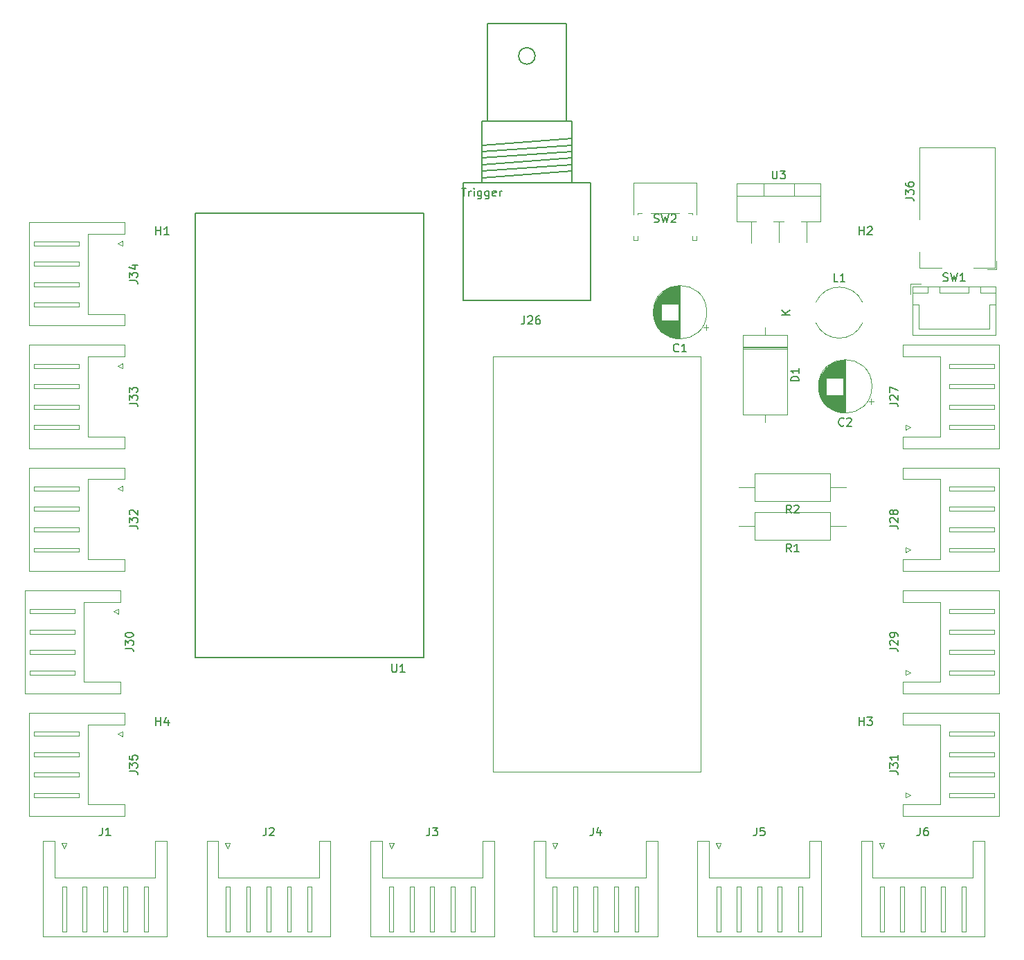
<source format=gbr>
%TF.GenerationSoftware,KiCad,Pcbnew,7.0.8*%
%TF.CreationDate,2024-05-21T16:54:11+02:00*%
%TF.ProjectId,IssaScope_v0.2,49737361-5363-46f7-9065-5f76302e322e,rev?*%
%TF.SameCoordinates,Original*%
%TF.FileFunction,Legend,Top*%
%TF.FilePolarity,Positive*%
%FSLAX46Y46*%
G04 Gerber Fmt 4.6, Leading zero omitted, Abs format (unit mm)*
G04 Created by KiCad (PCBNEW 7.0.8) date 2024-05-21 16:54:11*
%MOMM*%
%LPD*%
G01*
G04 APERTURE LIST*
%ADD10C,0.150000*%
%ADD11C,0.050000*%
%ADD12C,0.127000*%
%ADD13C,0.120000*%
G04 APERTURE END LIST*
D10*
X136273476Y-66381819D02*
X136273476Y-67096104D01*
X136273476Y-67096104D02*
X136225857Y-67238961D01*
X136225857Y-67238961D02*
X136130619Y-67334200D01*
X136130619Y-67334200D02*
X135987762Y-67381819D01*
X135987762Y-67381819D02*
X135892524Y-67381819D01*
X136702048Y-66477057D02*
X136749667Y-66429438D01*
X136749667Y-66429438D02*
X136844905Y-66381819D01*
X136844905Y-66381819D02*
X137083000Y-66381819D01*
X137083000Y-66381819D02*
X137178238Y-66429438D01*
X137178238Y-66429438D02*
X137225857Y-66477057D01*
X137225857Y-66477057D02*
X137273476Y-66572295D01*
X137273476Y-66572295D02*
X137273476Y-66667533D01*
X137273476Y-66667533D02*
X137225857Y-66810390D01*
X137225857Y-66810390D02*
X136654429Y-67381819D01*
X136654429Y-67381819D02*
X137273476Y-67381819D01*
X138130619Y-66381819D02*
X137940143Y-66381819D01*
X137940143Y-66381819D02*
X137844905Y-66429438D01*
X137844905Y-66429438D02*
X137797286Y-66477057D01*
X137797286Y-66477057D02*
X137702048Y-66619914D01*
X137702048Y-66619914D02*
X137654429Y-66810390D01*
X137654429Y-66810390D02*
X137654429Y-67191342D01*
X137654429Y-67191342D02*
X137702048Y-67286580D01*
X137702048Y-67286580D02*
X137749667Y-67334200D01*
X137749667Y-67334200D02*
X137844905Y-67381819D01*
X137844905Y-67381819D02*
X138035381Y-67381819D01*
X138035381Y-67381819D02*
X138130619Y-67334200D01*
X138130619Y-67334200D02*
X138178238Y-67286580D01*
X138178238Y-67286580D02*
X138225857Y-67191342D01*
X138225857Y-67191342D02*
X138225857Y-66953247D01*
X138225857Y-66953247D02*
X138178238Y-66858009D01*
X138178238Y-66858009D02*
X138130619Y-66810390D01*
X138130619Y-66810390D02*
X138035381Y-66762771D01*
X138035381Y-66762771D02*
X137844905Y-66762771D01*
X137844905Y-66762771D02*
X137749667Y-66810390D01*
X137749667Y-66810390D02*
X137702048Y-66858009D01*
X137702048Y-66858009D02*
X137654429Y-66953247D01*
X128598809Y-50729819D02*
X129170237Y-50729819D01*
X128884523Y-51729819D02*
X128884523Y-50729819D01*
X129503571Y-51729819D02*
X129503571Y-51063152D01*
X129503571Y-51253628D02*
X129551190Y-51158390D01*
X129551190Y-51158390D02*
X129598809Y-51110771D01*
X129598809Y-51110771D02*
X129694047Y-51063152D01*
X129694047Y-51063152D02*
X129789285Y-51063152D01*
X130122619Y-51729819D02*
X130122619Y-51063152D01*
X130122619Y-50729819D02*
X130075000Y-50777438D01*
X130075000Y-50777438D02*
X130122619Y-50825057D01*
X130122619Y-50825057D02*
X130170238Y-50777438D01*
X130170238Y-50777438D02*
X130122619Y-50729819D01*
X130122619Y-50729819D02*
X130122619Y-50825057D01*
X131027380Y-51063152D02*
X131027380Y-51872676D01*
X131027380Y-51872676D02*
X130979761Y-51967914D01*
X130979761Y-51967914D02*
X130932142Y-52015533D01*
X130932142Y-52015533D02*
X130836904Y-52063152D01*
X130836904Y-52063152D02*
X130694047Y-52063152D01*
X130694047Y-52063152D02*
X130598809Y-52015533D01*
X131027380Y-51682200D02*
X130932142Y-51729819D01*
X130932142Y-51729819D02*
X130741666Y-51729819D01*
X130741666Y-51729819D02*
X130646428Y-51682200D01*
X130646428Y-51682200D02*
X130598809Y-51634580D01*
X130598809Y-51634580D02*
X130551190Y-51539342D01*
X130551190Y-51539342D02*
X130551190Y-51253628D01*
X130551190Y-51253628D02*
X130598809Y-51158390D01*
X130598809Y-51158390D02*
X130646428Y-51110771D01*
X130646428Y-51110771D02*
X130741666Y-51063152D01*
X130741666Y-51063152D02*
X130932142Y-51063152D01*
X130932142Y-51063152D02*
X131027380Y-51110771D01*
X131932142Y-51063152D02*
X131932142Y-51872676D01*
X131932142Y-51872676D02*
X131884523Y-51967914D01*
X131884523Y-51967914D02*
X131836904Y-52015533D01*
X131836904Y-52015533D02*
X131741666Y-52063152D01*
X131741666Y-52063152D02*
X131598809Y-52063152D01*
X131598809Y-52063152D02*
X131503571Y-52015533D01*
X131932142Y-51682200D02*
X131836904Y-51729819D01*
X131836904Y-51729819D02*
X131646428Y-51729819D01*
X131646428Y-51729819D02*
X131551190Y-51682200D01*
X131551190Y-51682200D02*
X131503571Y-51634580D01*
X131503571Y-51634580D02*
X131455952Y-51539342D01*
X131455952Y-51539342D02*
X131455952Y-51253628D01*
X131455952Y-51253628D02*
X131503571Y-51158390D01*
X131503571Y-51158390D02*
X131551190Y-51110771D01*
X131551190Y-51110771D02*
X131646428Y-51063152D01*
X131646428Y-51063152D02*
X131836904Y-51063152D01*
X131836904Y-51063152D02*
X131932142Y-51110771D01*
X132789285Y-51682200D02*
X132694047Y-51729819D01*
X132694047Y-51729819D02*
X132503571Y-51729819D01*
X132503571Y-51729819D02*
X132408333Y-51682200D01*
X132408333Y-51682200D02*
X132360714Y-51586961D01*
X132360714Y-51586961D02*
X132360714Y-51206009D01*
X132360714Y-51206009D02*
X132408333Y-51110771D01*
X132408333Y-51110771D02*
X132503571Y-51063152D01*
X132503571Y-51063152D02*
X132694047Y-51063152D01*
X132694047Y-51063152D02*
X132789285Y-51110771D01*
X132789285Y-51110771D02*
X132836904Y-51206009D01*
X132836904Y-51206009D02*
X132836904Y-51301247D01*
X132836904Y-51301247D02*
X132360714Y-51396485D01*
X133265476Y-51729819D02*
X133265476Y-51063152D01*
X133265476Y-51253628D02*
X133313095Y-51158390D01*
X133313095Y-51158390D02*
X133360714Y-51110771D01*
X133360714Y-51110771D02*
X133455952Y-51063152D01*
X133455952Y-51063152D02*
X133551190Y-51063152D01*
X120066976Y-108960657D02*
X120066976Y-109770493D01*
X120066976Y-109770493D02*
X120114613Y-109865768D01*
X120114613Y-109865768D02*
X120162251Y-109913406D01*
X120162251Y-109913406D02*
X120257525Y-109961043D01*
X120257525Y-109961043D02*
X120448075Y-109961043D01*
X120448075Y-109961043D02*
X120543350Y-109913406D01*
X120543350Y-109913406D02*
X120590987Y-109865768D01*
X120590987Y-109865768D02*
X120638625Y-109770493D01*
X120638625Y-109770493D02*
X120638625Y-108960657D01*
X121639010Y-109961043D02*
X121067361Y-109961043D01*
X121353186Y-109961043D02*
X121353186Y-108960657D01*
X121353186Y-108960657D02*
X121257911Y-109103569D01*
X121257911Y-109103569D02*
X121162636Y-109198844D01*
X121162636Y-109198844D02*
X121067361Y-109246482D01*
X144666666Y-128954819D02*
X144666666Y-129669104D01*
X144666666Y-129669104D02*
X144619047Y-129811961D01*
X144619047Y-129811961D02*
X144523809Y-129907200D01*
X144523809Y-129907200D02*
X144380952Y-129954819D01*
X144380952Y-129954819D02*
X144285714Y-129954819D01*
X145571428Y-129288152D02*
X145571428Y-129954819D01*
X145333333Y-128907200D02*
X145095238Y-129621485D01*
X145095238Y-129621485D02*
X145714285Y-129621485D01*
X168903333Y-90499819D02*
X168570000Y-90023628D01*
X168331905Y-90499819D02*
X168331905Y-89499819D01*
X168331905Y-89499819D02*
X168712857Y-89499819D01*
X168712857Y-89499819D02*
X168808095Y-89547438D01*
X168808095Y-89547438D02*
X168855714Y-89595057D01*
X168855714Y-89595057D02*
X168903333Y-89690295D01*
X168903333Y-89690295D02*
X168903333Y-89833152D01*
X168903333Y-89833152D02*
X168855714Y-89928390D01*
X168855714Y-89928390D02*
X168808095Y-89976009D01*
X168808095Y-89976009D02*
X168712857Y-90023628D01*
X168712857Y-90023628D02*
X168331905Y-90023628D01*
X169284286Y-89595057D02*
X169331905Y-89547438D01*
X169331905Y-89547438D02*
X169427143Y-89499819D01*
X169427143Y-89499819D02*
X169665238Y-89499819D01*
X169665238Y-89499819D02*
X169760476Y-89547438D01*
X169760476Y-89547438D02*
X169808095Y-89595057D01*
X169808095Y-89595057D02*
X169855714Y-89690295D01*
X169855714Y-89690295D02*
X169855714Y-89785533D01*
X169855714Y-89785533D02*
X169808095Y-89928390D01*
X169808095Y-89928390D02*
X169236667Y-90499819D01*
X169236667Y-90499819D02*
X169855714Y-90499819D01*
X168903333Y-95249819D02*
X168570000Y-94773628D01*
X168331905Y-95249819D02*
X168331905Y-94249819D01*
X168331905Y-94249819D02*
X168712857Y-94249819D01*
X168712857Y-94249819D02*
X168808095Y-94297438D01*
X168808095Y-94297438D02*
X168855714Y-94345057D01*
X168855714Y-94345057D02*
X168903333Y-94440295D01*
X168903333Y-94440295D02*
X168903333Y-94583152D01*
X168903333Y-94583152D02*
X168855714Y-94678390D01*
X168855714Y-94678390D02*
X168808095Y-94726009D01*
X168808095Y-94726009D02*
X168712857Y-94773628D01*
X168712857Y-94773628D02*
X168331905Y-94773628D01*
X169855714Y-95249819D02*
X169284286Y-95249819D01*
X169570000Y-95249819D02*
X169570000Y-94249819D01*
X169570000Y-94249819D02*
X169474762Y-94392676D01*
X169474762Y-94392676D02*
X169379524Y-94487914D01*
X169379524Y-94487914D02*
X169284286Y-94535533D01*
X87954819Y-122059523D02*
X88669104Y-122059523D01*
X88669104Y-122059523D02*
X88811961Y-122107142D01*
X88811961Y-122107142D02*
X88907200Y-122202380D01*
X88907200Y-122202380D02*
X88954819Y-122345237D01*
X88954819Y-122345237D02*
X88954819Y-122440475D01*
X87954819Y-121678570D02*
X87954819Y-121059523D01*
X87954819Y-121059523D02*
X88335771Y-121392856D01*
X88335771Y-121392856D02*
X88335771Y-121249999D01*
X88335771Y-121249999D02*
X88383390Y-121154761D01*
X88383390Y-121154761D02*
X88431009Y-121107142D01*
X88431009Y-121107142D02*
X88526247Y-121059523D01*
X88526247Y-121059523D02*
X88764342Y-121059523D01*
X88764342Y-121059523D02*
X88859580Y-121107142D01*
X88859580Y-121107142D02*
X88907200Y-121154761D01*
X88907200Y-121154761D02*
X88954819Y-121249999D01*
X88954819Y-121249999D02*
X88954819Y-121535713D01*
X88954819Y-121535713D02*
X88907200Y-121630951D01*
X88907200Y-121630951D02*
X88859580Y-121678570D01*
X87954819Y-120154761D02*
X87954819Y-120630951D01*
X87954819Y-120630951D02*
X88431009Y-120678570D01*
X88431009Y-120678570D02*
X88383390Y-120630951D01*
X88383390Y-120630951D02*
X88335771Y-120535713D01*
X88335771Y-120535713D02*
X88335771Y-120297618D01*
X88335771Y-120297618D02*
X88383390Y-120202380D01*
X88383390Y-120202380D02*
X88431009Y-120154761D01*
X88431009Y-120154761D02*
X88526247Y-120107142D01*
X88526247Y-120107142D02*
X88764342Y-120107142D01*
X88764342Y-120107142D02*
X88859580Y-120154761D01*
X88859580Y-120154761D02*
X88907200Y-120202380D01*
X88907200Y-120202380D02*
X88954819Y-120297618D01*
X88954819Y-120297618D02*
X88954819Y-120535713D01*
X88954819Y-120535713D02*
X88907200Y-120630951D01*
X88907200Y-120630951D02*
X88859580Y-120678570D01*
X87954819Y-62059523D02*
X88669104Y-62059523D01*
X88669104Y-62059523D02*
X88811961Y-62107142D01*
X88811961Y-62107142D02*
X88907200Y-62202380D01*
X88907200Y-62202380D02*
X88954819Y-62345237D01*
X88954819Y-62345237D02*
X88954819Y-62440475D01*
X87954819Y-61678570D02*
X87954819Y-61059523D01*
X87954819Y-61059523D02*
X88335771Y-61392856D01*
X88335771Y-61392856D02*
X88335771Y-61249999D01*
X88335771Y-61249999D02*
X88383390Y-61154761D01*
X88383390Y-61154761D02*
X88431009Y-61107142D01*
X88431009Y-61107142D02*
X88526247Y-61059523D01*
X88526247Y-61059523D02*
X88764342Y-61059523D01*
X88764342Y-61059523D02*
X88859580Y-61107142D01*
X88859580Y-61107142D02*
X88907200Y-61154761D01*
X88907200Y-61154761D02*
X88954819Y-61249999D01*
X88954819Y-61249999D02*
X88954819Y-61535713D01*
X88954819Y-61535713D02*
X88907200Y-61630951D01*
X88907200Y-61630951D02*
X88859580Y-61678570D01*
X88288152Y-60202380D02*
X88954819Y-60202380D01*
X87907200Y-60440475D02*
X88621485Y-60678570D01*
X88621485Y-60678570D02*
X88621485Y-60059523D01*
X87954819Y-77059523D02*
X88669104Y-77059523D01*
X88669104Y-77059523D02*
X88811961Y-77107142D01*
X88811961Y-77107142D02*
X88907200Y-77202380D01*
X88907200Y-77202380D02*
X88954819Y-77345237D01*
X88954819Y-77345237D02*
X88954819Y-77440475D01*
X87954819Y-76678570D02*
X87954819Y-76059523D01*
X87954819Y-76059523D02*
X88335771Y-76392856D01*
X88335771Y-76392856D02*
X88335771Y-76249999D01*
X88335771Y-76249999D02*
X88383390Y-76154761D01*
X88383390Y-76154761D02*
X88431009Y-76107142D01*
X88431009Y-76107142D02*
X88526247Y-76059523D01*
X88526247Y-76059523D02*
X88764342Y-76059523D01*
X88764342Y-76059523D02*
X88859580Y-76107142D01*
X88859580Y-76107142D02*
X88907200Y-76154761D01*
X88907200Y-76154761D02*
X88954819Y-76249999D01*
X88954819Y-76249999D02*
X88954819Y-76535713D01*
X88954819Y-76535713D02*
X88907200Y-76630951D01*
X88907200Y-76630951D02*
X88859580Y-76678570D01*
X87954819Y-75726189D02*
X87954819Y-75107142D01*
X87954819Y-75107142D02*
X88335771Y-75440475D01*
X88335771Y-75440475D02*
X88335771Y-75297618D01*
X88335771Y-75297618D02*
X88383390Y-75202380D01*
X88383390Y-75202380D02*
X88431009Y-75154761D01*
X88431009Y-75154761D02*
X88526247Y-75107142D01*
X88526247Y-75107142D02*
X88764342Y-75107142D01*
X88764342Y-75107142D02*
X88859580Y-75154761D01*
X88859580Y-75154761D02*
X88907200Y-75202380D01*
X88907200Y-75202380D02*
X88954819Y-75297618D01*
X88954819Y-75297618D02*
X88954819Y-75583332D01*
X88954819Y-75583332D02*
X88907200Y-75678570D01*
X88907200Y-75678570D02*
X88859580Y-75726189D01*
X87954819Y-92059523D02*
X88669104Y-92059523D01*
X88669104Y-92059523D02*
X88811961Y-92107142D01*
X88811961Y-92107142D02*
X88907200Y-92202380D01*
X88907200Y-92202380D02*
X88954819Y-92345237D01*
X88954819Y-92345237D02*
X88954819Y-92440475D01*
X87954819Y-91678570D02*
X87954819Y-91059523D01*
X87954819Y-91059523D02*
X88335771Y-91392856D01*
X88335771Y-91392856D02*
X88335771Y-91249999D01*
X88335771Y-91249999D02*
X88383390Y-91154761D01*
X88383390Y-91154761D02*
X88431009Y-91107142D01*
X88431009Y-91107142D02*
X88526247Y-91059523D01*
X88526247Y-91059523D02*
X88764342Y-91059523D01*
X88764342Y-91059523D02*
X88859580Y-91107142D01*
X88859580Y-91107142D02*
X88907200Y-91154761D01*
X88907200Y-91154761D02*
X88954819Y-91249999D01*
X88954819Y-91249999D02*
X88954819Y-91535713D01*
X88954819Y-91535713D02*
X88907200Y-91630951D01*
X88907200Y-91630951D02*
X88859580Y-91678570D01*
X88050057Y-90678570D02*
X88002438Y-90630951D01*
X88002438Y-90630951D02*
X87954819Y-90535713D01*
X87954819Y-90535713D02*
X87954819Y-90297618D01*
X87954819Y-90297618D02*
X88002438Y-90202380D01*
X88002438Y-90202380D02*
X88050057Y-90154761D01*
X88050057Y-90154761D02*
X88145295Y-90107142D01*
X88145295Y-90107142D02*
X88240533Y-90107142D01*
X88240533Y-90107142D02*
X88383390Y-90154761D01*
X88383390Y-90154761D02*
X88954819Y-90726189D01*
X88954819Y-90726189D02*
X88954819Y-90107142D01*
X180954819Y-122059523D02*
X181669104Y-122059523D01*
X181669104Y-122059523D02*
X181811961Y-122107142D01*
X181811961Y-122107142D02*
X181907200Y-122202380D01*
X181907200Y-122202380D02*
X181954819Y-122345237D01*
X181954819Y-122345237D02*
X181954819Y-122440475D01*
X180954819Y-121678570D02*
X180954819Y-121059523D01*
X180954819Y-121059523D02*
X181335771Y-121392856D01*
X181335771Y-121392856D02*
X181335771Y-121249999D01*
X181335771Y-121249999D02*
X181383390Y-121154761D01*
X181383390Y-121154761D02*
X181431009Y-121107142D01*
X181431009Y-121107142D02*
X181526247Y-121059523D01*
X181526247Y-121059523D02*
X181764342Y-121059523D01*
X181764342Y-121059523D02*
X181859580Y-121107142D01*
X181859580Y-121107142D02*
X181907200Y-121154761D01*
X181907200Y-121154761D02*
X181954819Y-121249999D01*
X181954819Y-121249999D02*
X181954819Y-121535713D01*
X181954819Y-121535713D02*
X181907200Y-121630951D01*
X181907200Y-121630951D02*
X181859580Y-121678570D01*
X181954819Y-120107142D02*
X181954819Y-120678570D01*
X181954819Y-120392856D02*
X180954819Y-120392856D01*
X180954819Y-120392856D02*
X181097676Y-120488094D01*
X181097676Y-120488094D02*
X181192914Y-120583332D01*
X181192914Y-120583332D02*
X181240533Y-120678570D01*
X87454819Y-107059523D02*
X88169104Y-107059523D01*
X88169104Y-107059523D02*
X88311961Y-107107142D01*
X88311961Y-107107142D02*
X88407200Y-107202380D01*
X88407200Y-107202380D02*
X88454819Y-107345237D01*
X88454819Y-107345237D02*
X88454819Y-107440475D01*
X87454819Y-106678570D02*
X87454819Y-106059523D01*
X87454819Y-106059523D02*
X87835771Y-106392856D01*
X87835771Y-106392856D02*
X87835771Y-106249999D01*
X87835771Y-106249999D02*
X87883390Y-106154761D01*
X87883390Y-106154761D02*
X87931009Y-106107142D01*
X87931009Y-106107142D02*
X88026247Y-106059523D01*
X88026247Y-106059523D02*
X88264342Y-106059523D01*
X88264342Y-106059523D02*
X88359580Y-106107142D01*
X88359580Y-106107142D02*
X88407200Y-106154761D01*
X88407200Y-106154761D02*
X88454819Y-106249999D01*
X88454819Y-106249999D02*
X88454819Y-106535713D01*
X88454819Y-106535713D02*
X88407200Y-106630951D01*
X88407200Y-106630951D02*
X88359580Y-106678570D01*
X87454819Y-105440475D02*
X87454819Y-105345237D01*
X87454819Y-105345237D02*
X87502438Y-105249999D01*
X87502438Y-105249999D02*
X87550057Y-105202380D01*
X87550057Y-105202380D02*
X87645295Y-105154761D01*
X87645295Y-105154761D02*
X87835771Y-105107142D01*
X87835771Y-105107142D02*
X88073866Y-105107142D01*
X88073866Y-105107142D02*
X88264342Y-105154761D01*
X88264342Y-105154761D02*
X88359580Y-105202380D01*
X88359580Y-105202380D02*
X88407200Y-105249999D01*
X88407200Y-105249999D02*
X88454819Y-105345237D01*
X88454819Y-105345237D02*
X88454819Y-105440475D01*
X88454819Y-105440475D02*
X88407200Y-105535713D01*
X88407200Y-105535713D02*
X88359580Y-105583332D01*
X88359580Y-105583332D02*
X88264342Y-105630951D01*
X88264342Y-105630951D02*
X88073866Y-105678570D01*
X88073866Y-105678570D02*
X87835771Y-105678570D01*
X87835771Y-105678570D02*
X87645295Y-105630951D01*
X87645295Y-105630951D02*
X87550057Y-105583332D01*
X87550057Y-105583332D02*
X87502438Y-105535713D01*
X87502438Y-105535713D02*
X87454819Y-105440475D01*
X180954819Y-107059523D02*
X181669104Y-107059523D01*
X181669104Y-107059523D02*
X181811961Y-107107142D01*
X181811961Y-107107142D02*
X181907200Y-107202380D01*
X181907200Y-107202380D02*
X181954819Y-107345237D01*
X181954819Y-107345237D02*
X181954819Y-107440475D01*
X181050057Y-106630951D02*
X181002438Y-106583332D01*
X181002438Y-106583332D02*
X180954819Y-106488094D01*
X180954819Y-106488094D02*
X180954819Y-106249999D01*
X180954819Y-106249999D02*
X181002438Y-106154761D01*
X181002438Y-106154761D02*
X181050057Y-106107142D01*
X181050057Y-106107142D02*
X181145295Y-106059523D01*
X181145295Y-106059523D02*
X181240533Y-106059523D01*
X181240533Y-106059523D02*
X181383390Y-106107142D01*
X181383390Y-106107142D02*
X181954819Y-106678570D01*
X181954819Y-106678570D02*
X181954819Y-106059523D01*
X181954819Y-105583332D02*
X181954819Y-105392856D01*
X181954819Y-105392856D02*
X181907200Y-105297618D01*
X181907200Y-105297618D02*
X181859580Y-105249999D01*
X181859580Y-105249999D02*
X181716723Y-105154761D01*
X181716723Y-105154761D02*
X181526247Y-105107142D01*
X181526247Y-105107142D02*
X181145295Y-105107142D01*
X181145295Y-105107142D02*
X181050057Y-105154761D01*
X181050057Y-105154761D02*
X181002438Y-105202380D01*
X181002438Y-105202380D02*
X180954819Y-105297618D01*
X180954819Y-105297618D02*
X180954819Y-105488094D01*
X180954819Y-105488094D02*
X181002438Y-105583332D01*
X181002438Y-105583332D02*
X181050057Y-105630951D01*
X181050057Y-105630951D02*
X181145295Y-105678570D01*
X181145295Y-105678570D02*
X181383390Y-105678570D01*
X181383390Y-105678570D02*
X181478628Y-105630951D01*
X181478628Y-105630951D02*
X181526247Y-105583332D01*
X181526247Y-105583332D02*
X181573866Y-105488094D01*
X181573866Y-105488094D02*
X181573866Y-105297618D01*
X181573866Y-105297618D02*
X181526247Y-105202380D01*
X181526247Y-105202380D02*
X181478628Y-105154761D01*
X181478628Y-105154761D02*
X181383390Y-105107142D01*
X180954819Y-92059523D02*
X181669104Y-92059523D01*
X181669104Y-92059523D02*
X181811961Y-92107142D01*
X181811961Y-92107142D02*
X181907200Y-92202380D01*
X181907200Y-92202380D02*
X181954819Y-92345237D01*
X181954819Y-92345237D02*
X181954819Y-92440475D01*
X181050057Y-91630951D02*
X181002438Y-91583332D01*
X181002438Y-91583332D02*
X180954819Y-91488094D01*
X180954819Y-91488094D02*
X180954819Y-91249999D01*
X180954819Y-91249999D02*
X181002438Y-91154761D01*
X181002438Y-91154761D02*
X181050057Y-91107142D01*
X181050057Y-91107142D02*
X181145295Y-91059523D01*
X181145295Y-91059523D02*
X181240533Y-91059523D01*
X181240533Y-91059523D02*
X181383390Y-91107142D01*
X181383390Y-91107142D02*
X181954819Y-91678570D01*
X181954819Y-91678570D02*
X181954819Y-91059523D01*
X181383390Y-90488094D02*
X181335771Y-90583332D01*
X181335771Y-90583332D02*
X181288152Y-90630951D01*
X181288152Y-90630951D02*
X181192914Y-90678570D01*
X181192914Y-90678570D02*
X181145295Y-90678570D01*
X181145295Y-90678570D02*
X181050057Y-90630951D01*
X181050057Y-90630951D02*
X181002438Y-90583332D01*
X181002438Y-90583332D02*
X180954819Y-90488094D01*
X180954819Y-90488094D02*
X180954819Y-90297618D01*
X180954819Y-90297618D02*
X181002438Y-90202380D01*
X181002438Y-90202380D02*
X181050057Y-90154761D01*
X181050057Y-90154761D02*
X181145295Y-90107142D01*
X181145295Y-90107142D02*
X181192914Y-90107142D01*
X181192914Y-90107142D02*
X181288152Y-90154761D01*
X181288152Y-90154761D02*
X181335771Y-90202380D01*
X181335771Y-90202380D02*
X181383390Y-90297618D01*
X181383390Y-90297618D02*
X181383390Y-90488094D01*
X181383390Y-90488094D02*
X181431009Y-90583332D01*
X181431009Y-90583332D02*
X181478628Y-90630951D01*
X181478628Y-90630951D02*
X181573866Y-90678570D01*
X181573866Y-90678570D02*
X181764342Y-90678570D01*
X181764342Y-90678570D02*
X181859580Y-90630951D01*
X181859580Y-90630951D02*
X181907200Y-90583332D01*
X181907200Y-90583332D02*
X181954819Y-90488094D01*
X181954819Y-90488094D02*
X181954819Y-90297618D01*
X181954819Y-90297618D02*
X181907200Y-90202380D01*
X181907200Y-90202380D02*
X181859580Y-90154761D01*
X181859580Y-90154761D02*
X181764342Y-90107142D01*
X181764342Y-90107142D02*
X181573866Y-90107142D01*
X181573866Y-90107142D02*
X181478628Y-90154761D01*
X181478628Y-90154761D02*
X181431009Y-90202380D01*
X181431009Y-90202380D02*
X181383390Y-90297618D01*
X180954819Y-77059523D02*
X181669104Y-77059523D01*
X181669104Y-77059523D02*
X181811961Y-77107142D01*
X181811961Y-77107142D02*
X181907200Y-77202380D01*
X181907200Y-77202380D02*
X181954819Y-77345237D01*
X181954819Y-77345237D02*
X181954819Y-77440475D01*
X181050057Y-76630951D02*
X181002438Y-76583332D01*
X181002438Y-76583332D02*
X180954819Y-76488094D01*
X180954819Y-76488094D02*
X180954819Y-76249999D01*
X180954819Y-76249999D02*
X181002438Y-76154761D01*
X181002438Y-76154761D02*
X181050057Y-76107142D01*
X181050057Y-76107142D02*
X181145295Y-76059523D01*
X181145295Y-76059523D02*
X181240533Y-76059523D01*
X181240533Y-76059523D02*
X181383390Y-76107142D01*
X181383390Y-76107142D02*
X181954819Y-76678570D01*
X181954819Y-76678570D02*
X181954819Y-76059523D01*
X180954819Y-75726189D02*
X180954819Y-75059523D01*
X180954819Y-75059523D02*
X181954819Y-75488094D01*
X184666666Y-128954819D02*
X184666666Y-129669104D01*
X184666666Y-129669104D02*
X184619047Y-129811961D01*
X184619047Y-129811961D02*
X184523809Y-129907200D01*
X184523809Y-129907200D02*
X184380952Y-129954819D01*
X184380952Y-129954819D02*
X184285714Y-129954819D01*
X185571428Y-128954819D02*
X185380952Y-128954819D01*
X185380952Y-128954819D02*
X185285714Y-129002438D01*
X185285714Y-129002438D02*
X185238095Y-129050057D01*
X185238095Y-129050057D02*
X185142857Y-129192914D01*
X185142857Y-129192914D02*
X185095238Y-129383390D01*
X185095238Y-129383390D02*
X185095238Y-129764342D01*
X185095238Y-129764342D02*
X185142857Y-129859580D01*
X185142857Y-129859580D02*
X185190476Y-129907200D01*
X185190476Y-129907200D02*
X185285714Y-129954819D01*
X185285714Y-129954819D02*
X185476190Y-129954819D01*
X185476190Y-129954819D02*
X185571428Y-129907200D01*
X185571428Y-129907200D02*
X185619047Y-129859580D01*
X185619047Y-129859580D02*
X185666666Y-129764342D01*
X185666666Y-129764342D02*
X185666666Y-129526247D01*
X185666666Y-129526247D02*
X185619047Y-129431009D01*
X185619047Y-129431009D02*
X185571428Y-129383390D01*
X185571428Y-129383390D02*
X185476190Y-129335771D01*
X185476190Y-129335771D02*
X185285714Y-129335771D01*
X185285714Y-129335771D02*
X185190476Y-129383390D01*
X185190476Y-129383390D02*
X185142857Y-129431009D01*
X185142857Y-129431009D02*
X185095238Y-129526247D01*
X164666666Y-128954819D02*
X164666666Y-129669104D01*
X164666666Y-129669104D02*
X164619047Y-129811961D01*
X164619047Y-129811961D02*
X164523809Y-129907200D01*
X164523809Y-129907200D02*
X164380952Y-129954819D01*
X164380952Y-129954819D02*
X164285714Y-129954819D01*
X165619047Y-128954819D02*
X165142857Y-128954819D01*
X165142857Y-128954819D02*
X165095238Y-129431009D01*
X165095238Y-129431009D02*
X165142857Y-129383390D01*
X165142857Y-129383390D02*
X165238095Y-129335771D01*
X165238095Y-129335771D02*
X165476190Y-129335771D01*
X165476190Y-129335771D02*
X165571428Y-129383390D01*
X165571428Y-129383390D02*
X165619047Y-129431009D01*
X165619047Y-129431009D02*
X165666666Y-129526247D01*
X165666666Y-129526247D02*
X165666666Y-129764342D01*
X165666666Y-129764342D02*
X165619047Y-129859580D01*
X165619047Y-129859580D02*
X165571428Y-129907200D01*
X165571428Y-129907200D02*
X165476190Y-129954819D01*
X165476190Y-129954819D02*
X165238095Y-129954819D01*
X165238095Y-129954819D02*
X165142857Y-129907200D01*
X165142857Y-129907200D02*
X165095238Y-129859580D01*
X124666666Y-128954819D02*
X124666666Y-129669104D01*
X124666666Y-129669104D02*
X124619047Y-129811961D01*
X124619047Y-129811961D02*
X124523809Y-129907200D01*
X124523809Y-129907200D02*
X124380952Y-129954819D01*
X124380952Y-129954819D02*
X124285714Y-129954819D01*
X125047619Y-128954819D02*
X125666666Y-128954819D01*
X125666666Y-128954819D02*
X125333333Y-129335771D01*
X125333333Y-129335771D02*
X125476190Y-129335771D01*
X125476190Y-129335771D02*
X125571428Y-129383390D01*
X125571428Y-129383390D02*
X125619047Y-129431009D01*
X125619047Y-129431009D02*
X125666666Y-129526247D01*
X125666666Y-129526247D02*
X125666666Y-129764342D01*
X125666666Y-129764342D02*
X125619047Y-129859580D01*
X125619047Y-129859580D02*
X125571428Y-129907200D01*
X125571428Y-129907200D02*
X125476190Y-129954819D01*
X125476190Y-129954819D02*
X125190476Y-129954819D01*
X125190476Y-129954819D02*
X125095238Y-129907200D01*
X125095238Y-129907200D02*
X125047619Y-129859580D01*
X104666666Y-128954819D02*
X104666666Y-129669104D01*
X104666666Y-129669104D02*
X104619047Y-129811961D01*
X104619047Y-129811961D02*
X104523809Y-129907200D01*
X104523809Y-129907200D02*
X104380952Y-129954819D01*
X104380952Y-129954819D02*
X104285714Y-129954819D01*
X105095238Y-129050057D02*
X105142857Y-129002438D01*
X105142857Y-129002438D02*
X105238095Y-128954819D01*
X105238095Y-128954819D02*
X105476190Y-128954819D01*
X105476190Y-128954819D02*
X105571428Y-129002438D01*
X105571428Y-129002438D02*
X105619047Y-129050057D01*
X105619047Y-129050057D02*
X105666666Y-129145295D01*
X105666666Y-129145295D02*
X105666666Y-129240533D01*
X105666666Y-129240533D02*
X105619047Y-129383390D01*
X105619047Y-129383390D02*
X105047619Y-129954819D01*
X105047619Y-129954819D02*
X105666666Y-129954819D01*
X84666666Y-128954819D02*
X84666666Y-129669104D01*
X84666666Y-129669104D02*
X84619047Y-129811961D01*
X84619047Y-129811961D02*
X84523809Y-129907200D01*
X84523809Y-129907200D02*
X84380952Y-129954819D01*
X84380952Y-129954819D02*
X84285714Y-129954819D01*
X85666666Y-129954819D02*
X85095238Y-129954819D01*
X85380952Y-129954819D02*
X85380952Y-128954819D01*
X85380952Y-128954819D02*
X85285714Y-129097676D01*
X85285714Y-129097676D02*
X85190476Y-129192914D01*
X85190476Y-129192914D02*
X85095238Y-129240533D01*
X152141667Y-54887200D02*
X152284524Y-54934819D01*
X152284524Y-54934819D02*
X152522619Y-54934819D01*
X152522619Y-54934819D02*
X152617857Y-54887200D01*
X152617857Y-54887200D02*
X152665476Y-54839580D01*
X152665476Y-54839580D02*
X152713095Y-54744342D01*
X152713095Y-54744342D02*
X152713095Y-54649104D01*
X152713095Y-54649104D02*
X152665476Y-54553866D01*
X152665476Y-54553866D02*
X152617857Y-54506247D01*
X152617857Y-54506247D02*
X152522619Y-54458628D01*
X152522619Y-54458628D02*
X152332143Y-54411009D01*
X152332143Y-54411009D02*
X152236905Y-54363390D01*
X152236905Y-54363390D02*
X152189286Y-54315771D01*
X152189286Y-54315771D02*
X152141667Y-54220533D01*
X152141667Y-54220533D02*
X152141667Y-54125295D01*
X152141667Y-54125295D02*
X152189286Y-54030057D01*
X152189286Y-54030057D02*
X152236905Y-53982438D01*
X152236905Y-53982438D02*
X152332143Y-53934819D01*
X152332143Y-53934819D02*
X152570238Y-53934819D01*
X152570238Y-53934819D02*
X152713095Y-53982438D01*
X153046429Y-53934819D02*
X153284524Y-54934819D01*
X153284524Y-54934819D02*
X153475000Y-54220533D01*
X153475000Y-54220533D02*
X153665476Y-54934819D01*
X153665476Y-54934819D02*
X153903572Y-53934819D01*
X154236905Y-54030057D02*
X154284524Y-53982438D01*
X154284524Y-53982438D02*
X154379762Y-53934819D01*
X154379762Y-53934819D02*
X154617857Y-53934819D01*
X154617857Y-53934819D02*
X154713095Y-53982438D01*
X154713095Y-53982438D02*
X154760714Y-54030057D01*
X154760714Y-54030057D02*
X154808333Y-54125295D01*
X154808333Y-54125295D02*
X154808333Y-54220533D01*
X154808333Y-54220533D02*
X154760714Y-54363390D01*
X154760714Y-54363390D02*
X154189286Y-54934819D01*
X154189286Y-54934819D02*
X154808333Y-54934819D01*
X166613095Y-48609819D02*
X166613095Y-49419342D01*
X166613095Y-49419342D02*
X166660714Y-49514580D01*
X166660714Y-49514580D02*
X166708333Y-49562200D01*
X166708333Y-49562200D02*
X166803571Y-49609819D01*
X166803571Y-49609819D02*
X166994047Y-49609819D01*
X166994047Y-49609819D02*
X167089285Y-49562200D01*
X167089285Y-49562200D02*
X167136904Y-49514580D01*
X167136904Y-49514580D02*
X167184523Y-49419342D01*
X167184523Y-49419342D02*
X167184523Y-48609819D01*
X167565476Y-48609819D02*
X168184523Y-48609819D01*
X168184523Y-48609819D02*
X167851190Y-48990771D01*
X167851190Y-48990771D02*
X167994047Y-48990771D01*
X167994047Y-48990771D02*
X168089285Y-49038390D01*
X168089285Y-49038390D02*
X168136904Y-49086009D01*
X168136904Y-49086009D02*
X168184523Y-49181247D01*
X168184523Y-49181247D02*
X168184523Y-49419342D01*
X168184523Y-49419342D02*
X168136904Y-49514580D01*
X168136904Y-49514580D02*
X168089285Y-49562200D01*
X168089285Y-49562200D02*
X167994047Y-49609819D01*
X167994047Y-49609819D02*
X167708333Y-49609819D01*
X167708333Y-49609819D02*
X167613095Y-49562200D01*
X167613095Y-49562200D02*
X167565476Y-49514580D01*
X187491667Y-62082200D02*
X187634524Y-62129819D01*
X187634524Y-62129819D02*
X187872619Y-62129819D01*
X187872619Y-62129819D02*
X187967857Y-62082200D01*
X187967857Y-62082200D02*
X188015476Y-62034580D01*
X188015476Y-62034580D02*
X188063095Y-61939342D01*
X188063095Y-61939342D02*
X188063095Y-61844104D01*
X188063095Y-61844104D02*
X188015476Y-61748866D01*
X188015476Y-61748866D02*
X187967857Y-61701247D01*
X187967857Y-61701247D02*
X187872619Y-61653628D01*
X187872619Y-61653628D02*
X187682143Y-61606009D01*
X187682143Y-61606009D02*
X187586905Y-61558390D01*
X187586905Y-61558390D02*
X187539286Y-61510771D01*
X187539286Y-61510771D02*
X187491667Y-61415533D01*
X187491667Y-61415533D02*
X187491667Y-61320295D01*
X187491667Y-61320295D02*
X187539286Y-61225057D01*
X187539286Y-61225057D02*
X187586905Y-61177438D01*
X187586905Y-61177438D02*
X187682143Y-61129819D01*
X187682143Y-61129819D02*
X187920238Y-61129819D01*
X187920238Y-61129819D02*
X188063095Y-61177438D01*
X188396429Y-61129819D02*
X188634524Y-62129819D01*
X188634524Y-62129819D02*
X188825000Y-61415533D01*
X188825000Y-61415533D02*
X189015476Y-62129819D01*
X189015476Y-62129819D02*
X189253572Y-61129819D01*
X190158333Y-62129819D02*
X189586905Y-62129819D01*
X189872619Y-62129819D02*
X189872619Y-61129819D01*
X189872619Y-61129819D02*
X189777381Y-61272676D01*
X189777381Y-61272676D02*
X189682143Y-61367914D01*
X189682143Y-61367914D02*
X189586905Y-61415533D01*
X174608333Y-62179819D02*
X174132143Y-62179819D01*
X174132143Y-62179819D02*
X174132143Y-61179819D01*
X175465476Y-62179819D02*
X174894048Y-62179819D01*
X175179762Y-62179819D02*
X175179762Y-61179819D01*
X175179762Y-61179819D02*
X175084524Y-61322676D01*
X175084524Y-61322676D02*
X174989286Y-61417914D01*
X174989286Y-61417914D02*
X174894048Y-61465533D01*
X182879819Y-51934523D02*
X183594104Y-51934523D01*
X183594104Y-51934523D02*
X183736961Y-51982142D01*
X183736961Y-51982142D02*
X183832200Y-52077380D01*
X183832200Y-52077380D02*
X183879819Y-52220237D01*
X183879819Y-52220237D02*
X183879819Y-52315475D01*
X182879819Y-51553570D02*
X182879819Y-50934523D01*
X182879819Y-50934523D02*
X183260771Y-51267856D01*
X183260771Y-51267856D02*
X183260771Y-51124999D01*
X183260771Y-51124999D02*
X183308390Y-51029761D01*
X183308390Y-51029761D02*
X183356009Y-50982142D01*
X183356009Y-50982142D02*
X183451247Y-50934523D01*
X183451247Y-50934523D02*
X183689342Y-50934523D01*
X183689342Y-50934523D02*
X183784580Y-50982142D01*
X183784580Y-50982142D02*
X183832200Y-51029761D01*
X183832200Y-51029761D02*
X183879819Y-51124999D01*
X183879819Y-51124999D02*
X183879819Y-51410713D01*
X183879819Y-51410713D02*
X183832200Y-51505951D01*
X183832200Y-51505951D02*
X183784580Y-51553570D01*
X182879819Y-50077380D02*
X182879819Y-50267856D01*
X182879819Y-50267856D02*
X182927438Y-50363094D01*
X182927438Y-50363094D02*
X182975057Y-50410713D01*
X182975057Y-50410713D02*
X183117914Y-50505951D01*
X183117914Y-50505951D02*
X183308390Y-50553570D01*
X183308390Y-50553570D02*
X183689342Y-50553570D01*
X183689342Y-50553570D02*
X183784580Y-50505951D01*
X183784580Y-50505951D02*
X183832200Y-50458332D01*
X183832200Y-50458332D02*
X183879819Y-50363094D01*
X183879819Y-50363094D02*
X183879819Y-50172618D01*
X183879819Y-50172618D02*
X183832200Y-50077380D01*
X183832200Y-50077380D02*
X183784580Y-50029761D01*
X183784580Y-50029761D02*
X183689342Y-49982142D01*
X183689342Y-49982142D02*
X183451247Y-49982142D01*
X183451247Y-49982142D02*
X183356009Y-50029761D01*
X183356009Y-50029761D02*
X183308390Y-50077380D01*
X183308390Y-50077380D02*
X183260771Y-50172618D01*
X183260771Y-50172618D02*
X183260771Y-50363094D01*
X183260771Y-50363094D02*
X183308390Y-50458332D01*
X183308390Y-50458332D02*
X183356009Y-50505951D01*
X183356009Y-50505951D02*
X183451247Y-50553570D01*
X91238095Y-116454819D02*
X91238095Y-115454819D01*
X91238095Y-115931009D02*
X91809523Y-115931009D01*
X91809523Y-116454819D02*
X91809523Y-115454819D01*
X92714285Y-115788152D02*
X92714285Y-116454819D01*
X92476190Y-115407200D02*
X92238095Y-116121485D01*
X92238095Y-116121485D02*
X92857142Y-116121485D01*
X177238095Y-116454819D02*
X177238095Y-115454819D01*
X177238095Y-115931009D02*
X177809523Y-115931009D01*
X177809523Y-116454819D02*
X177809523Y-115454819D01*
X178190476Y-115454819D02*
X178809523Y-115454819D01*
X178809523Y-115454819D02*
X178476190Y-115835771D01*
X178476190Y-115835771D02*
X178619047Y-115835771D01*
X178619047Y-115835771D02*
X178714285Y-115883390D01*
X178714285Y-115883390D02*
X178761904Y-115931009D01*
X178761904Y-115931009D02*
X178809523Y-116026247D01*
X178809523Y-116026247D02*
X178809523Y-116264342D01*
X178809523Y-116264342D02*
X178761904Y-116359580D01*
X178761904Y-116359580D02*
X178714285Y-116407200D01*
X178714285Y-116407200D02*
X178619047Y-116454819D01*
X178619047Y-116454819D02*
X178333333Y-116454819D01*
X178333333Y-116454819D02*
X178238095Y-116407200D01*
X178238095Y-116407200D02*
X178190476Y-116359580D01*
X177238095Y-56454819D02*
X177238095Y-55454819D01*
X177238095Y-55931009D02*
X177809523Y-55931009D01*
X177809523Y-56454819D02*
X177809523Y-55454819D01*
X178238095Y-55550057D02*
X178285714Y-55502438D01*
X178285714Y-55502438D02*
X178380952Y-55454819D01*
X178380952Y-55454819D02*
X178619047Y-55454819D01*
X178619047Y-55454819D02*
X178714285Y-55502438D01*
X178714285Y-55502438D02*
X178761904Y-55550057D01*
X178761904Y-55550057D02*
X178809523Y-55645295D01*
X178809523Y-55645295D02*
X178809523Y-55740533D01*
X178809523Y-55740533D02*
X178761904Y-55883390D01*
X178761904Y-55883390D02*
X178190476Y-56454819D01*
X178190476Y-56454819D02*
X178809523Y-56454819D01*
X91238095Y-56454819D02*
X91238095Y-55454819D01*
X91238095Y-55931009D02*
X91809523Y-55931009D01*
X91809523Y-56454819D02*
X91809523Y-55454819D01*
X92809523Y-56454819D02*
X92238095Y-56454819D01*
X92523809Y-56454819D02*
X92523809Y-55454819D01*
X92523809Y-55454819D02*
X92428571Y-55597676D01*
X92428571Y-55597676D02*
X92333333Y-55692914D01*
X92333333Y-55692914D02*
X92238095Y-55740533D01*
X169849819Y-74333094D02*
X168849819Y-74333094D01*
X168849819Y-74333094D02*
X168849819Y-74094999D01*
X168849819Y-74094999D02*
X168897438Y-73952142D01*
X168897438Y-73952142D02*
X168992676Y-73856904D01*
X168992676Y-73856904D02*
X169087914Y-73809285D01*
X169087914Y-73809285D02*
X169278390Y-73761666D01*
X169278390Y-73761666D02*
X169421247Y-73761666D01*
X169421247Y-73761666D02*
X169611723Y-73809285D01*
X169611723Y-73809285D02*
X169706961Y-73856904D01*
X169706961Y-73856904D02*
X169802200Y-73952142D01*
X169802200Y-73952142D02*
X169849819Y-74094999D01*
X169849819Y-74094999D02*
X169849819Y-74333094D01*
X169849819Y-72809285D02*
X169849819Y-73380713D01*
X169849819Y-73094999D02*
X168849819Y-73094999D01*
X168849819Y-73094999D02*
X168992676Y-73190237D01*
X168992676Y-73190237D02*
X169087914Y-73285475D01*
X169087914Y-73285475D02*
X169135533Y-73380713D01*
X168729819Y-66236904D02*
X167729819Y-66236904D01*
X168729819Y-65665476D02*
X168158390Y-66094047D01*
X167729819Y-65665476D02*
X168301247Y-66236904D01*
X175340713Y-79759580D02*
X175293094Y-79807200D01*
X175293094Y-79807200D02*
X175150237Y-79854819D01*
X175150237Y-79854819D02*
X175054999Y-79854819D01*
X175054999Y-79854819D02*
X174912142Y-79807200D01*
X174912142Y-79807200D02*
X174816904Y-79711961D01*
X174816904Y-79711961D02*
X174769285Y-79616723D01*
X174769285Y-79616723D02*
X174721666Y-79426247D01*
X174721666Y-79426247D02*
X174721666Y-79283390D01*
X174721666Y-79283390D02*
X174769285Y-79092914D01*
X174769285Y-79092914D02*
X174816904Y-78997676D01*
X174816904Y-78997676D02*
X174912142Y-78902438D01*
X174912142Y-78902438D02*
X175054999Y-78854819D01*
X175054999Y-78854819D02*
X175150237Y-78854819D01*
X175150237Y-78854819D02*
X175293094Y-78902438D01*
X175293094Y-78902438D02*
X175340713Y-78950057D01*
X175721666Y-78950057D02*
X175769285Y-78902438D01*
X175769285Y-78902438D02*
X175864523Y-78854819D01*
X175864523Y-78854819D02*
X176102618Y-78854819D01*
X176102618Y-78854819D02*
X176197856Y-78902438D01*
X176197856Y-78902438D02*
X176245475Y-78950057D01*
X176245475Y-78950057D02*
X176293094Y-79045295D01*
X176293094Y-79045295D02*
X176293094Y-79140533D01*
X176293094Y-79140533D02*
X176245475Y-79283390D01*
X176245475Y-79283390D02*
X175674047Y-79854819D01*
X175674047Y-79854819D02*
X176293094Y-79854819D01*
X155133333Y-70684580D02*
X155085714Y-70732200D01*
X155085714Y-70732200D02*
X154942857Y-70779819D01*
X154942857Y-70779819D02*
X154847619Y-70779819D01*
X154847619Y-70779819D02*
X154704762Y-70732200D01*
X154704762Y-70732200D02*
X154609524Y-70636961D01*
X154609524Y-70636961D02*
X154561905Y-70541723D01*
X154561905Y-70541723D02*
X154514286Y-70351247D01*
X154514286Y-70351247D02*
X154514286Y-70208390D01*
X154514286Y-70208390D02*
X154561905Y-70017914D01*
X154561905Y-70017914D02*
X154609524Y-69922676D01*
X154609524Y-69922676D02*
X154704762Y-69827438D01*
X154704762Y-69827438D02*
X154847619Y-69779819D01*
X154847619Y-69779819D02*
X154942857Y-69779819D01*
X154942857Y-69779819D02*
X155085714Y-69827438D01*
X155085714Y-69827438D02*
X155133333Y-69875057D01*
X156085714Y-70779819D02*
X155514286Y-70779819D01*
X155800000Y-70779819D02*
X155800000Y-69779819D01*
X155800000Y-69779819D02*
X155704762Y-69922676D01*
X155704762Y-69922676D02*
X155609524Y-70017914D01*
X155609524Y-70017914D02*
X155514286Y-70065533D01*
D11*
%TO.C,U2*%
X132410000Y-71370000D02*
X132410000Y-122170000D01*
X132410000Y-122170000D02*
X157810000Y-122170000D01*
X157810000Y-122170000D02*
X157810000Y-71370000D01*
X157810000Y-71370000D02*
X132410000Y-71370000D01*
D10*
%TO.C,J26*%
X128774660Y-50074100D02*
X128774660Y-64475900D01*
X144375340Y-50074100D02*
X128774660Y-50074100D01*
X144375340Y-64475900D02*
X144375340Y-50074100D01*
X128774660Y-64475900D02*
X144375340Y-64475900D01*
X131075900Y-42576020D02*
X131075900Y-50074100D01*
X142074100Y-42576020D02*
X131075900Y-42576020D01*
X142074100Y-50074100D02*
X142074100Y-42576020D01*
X131774400Y-30574520D02*
X131774400Y-42576020D01*
X141375600Y-30574520D02*
X131774400Y-30574520D01*
X141375600Y-42576020D02*
X141375600Y-30574520D01*
X137575760Y-34575020D02*
G75*
G03*
X137575760Y-34575020I-1000760J0D01*
G01*
X131075900Y-49474660D02*
X142074100Y-48674560D01*
X131075900Y-48674560D02*
X142074100Y-47874460D01*
X131075900Y-47874460D02*
X142074100Y-47074360D01*
X131075900Y-47074360D02*
X142074100Y-46274260D01*
X131075900Y-46274260D02*
X142074100Y-45474160D01*
X131075900Y-45474160D02*
X142074100Y-44674060D01*
D12*
%TO.C,U1*%
X123950000Y-53810000D02*
X123950000Y-108210000D01*
X123950000Y-108210000D02*
X96050000Y-108210000D01*
X96050000Y-108210000D02*
X96050000Y-53810000D01*
X96050000Y-53810000D02*
X123950000Y-53810000D01*
D13*
%TO.C,J4*%
X144750000Y-141700000D02*
X145250000Y-141700000D01*
X147750000Y-136200000D02*
X147250000Y-136200000D01*
X142250000Y-141700000D02*
X142750000Y-141700000D01*
X152560000Y-142310000D02*
X152560000Y-130590000D01*
X137440000Y-142310000D02*
X137440000Y-130590000D01*
X145000000Y-142310000D02*
X137440000Y-142310000D01*
X139750000Y-141700000D02*
X140250000Y-141700000D01*
X139750000Y-136200000D02*
X139750000Y-141700000D01*
X151140000Y-135090000D02*
X145000000Y-135090000D01*
X138860000Y-135090000D02*
X145000000Y-135090000D01*
X149750000Y-136200000D02*
X149750000Y-141700000D01*
X151140000Y-130590000D02*
X151140000Y-135090000D01*
X137440000Y-130590000D02*
X138860000Y-130590000D01*
X147250000Y-141700000D02*
X147750000Y-141700000D01*
X149750000Y-141700000D02*
X150250000Y-141700000D01*
X140250000Y-141700000D02*
X140250000Y-136200000D01*
X145250000Y-141700000D02*
X145250000Y-136200000D01*
X147250000Y-136200000D02*
X147250000Y-141700000D01*
X140250000Y-136200000D02*
X139750000Y-136200000D01*
X140000000Y-131500000D02*
X139700000Y-130900000D01*
X140300000Y-130900000D02*
X140000000Y-131500000D01*
X138860000Y-130590000D02*
X138860000Y-135090000D01*
X142250000Y-136200000D02*
X142250000Y-141700000D01*
X145000000Y-142310000D02*
X152560000Y-142310000D01*
X152560000Y-130590000D02*
X151140000Y-130590000D01*
X150250000Y-136200000D02*
X149750000Y-136200000D01*
X145250000Y-136200000D02*
X144750000Y-136200000D01*
X139700000Y-130900000D02*
X140300000Y-130900000D01*
X144750000Y-136200000D02*
X144750000Y-141700000D01*
X150250000Y-141700000D02*
X150250000Y-136200000D01*
X147750000Y-141700000D02*
X147750000Y-136200000D01*
X142750000Y-141700000D02*
X142750000Y-136200000D01*
X142750000Y-136200000D02*
X142250000Y-136200000D01*
%TO.C,R2*%
X162490000Y-87325000D02*
X164450000Y-87325000D01*
X164450000Y-85605000D02*
X164450000Y-89045000D01*
X175650000Y-87325000D02*
X173690000Y-87325000D01*
X164450000Y-89045000D02*
X173690000Y-89045000D01*
X173690000Y-89045000D02*
X173690000Y-85605000D01*
X173690000Y-85605000D02*
X164450000Y-85605000D01*
%TO.C,R1*%
X162490000Y-92075000D02*
X164450000Y-92075000D01*
X164450000Y-90355000D02*
X164450000Y-93795000D01*
X175650000Y-92075000D02*
X173690000Y-92075000D01*
X164450000Y-93795000D02*
X173690000Y-93795000D01*
X173690000Y-93795000D02*
X173690000Y-90355000D01*
X173690000Y-90355000D02*
X164450000Y-90355000D01*
%TO.C,J35*%
X81800000Y-122750000D02*
X81800000Y-122250000D01*
X81800000Y-117750000D02*
X81800000Y-117250000D01*
X81800000Y-122250000D02*
X76300000Y-122250000D01*
X87100000Y-117200000D02*
X87100000Y-117800000D01*
X75690000Y-121250000D02*
X75690000Y-114940000D01*
X81800000Y-125250000D02*
X81800000Y-124750000D01*
X87100000Y-117800000D02*
X86500000Y-117500000D01*
X87410000Y-116360000D02*
X82910000Y-116360000D01*
X81800000Y-120250000D02*
X81800000Y-119750000D01*
X82910000Y-126140000D02*
X82910000Y-121250000D01*
X87410000Y-127560000D02*
X87410000Y-126140000D01*
X76300000Y-117250000D02*
X76300000Y-117750000D01*
X87410000Y-126140000D02*
X82910000Y-126140000D01*
X76300000Y-120250000D02*
X81800000Y-120250000D01*
X86500000Y-117500000D02*
X87100000Y-117200000D01*
X76300000Y-124750000D02*
X76300000Y-125250000D01*
X76300000Y-119750000D02*
X76300000Y-120250000D01*
X75690000Y-121250000D02*
X75690000Y-127560000D01*
X81800000Y-117250000D02*
X76300000Y-117250000D01*
X76300000Y-117750000D02*
X81800000Y-117750000D01*
X87410000Y-114940000D02*
X87410000Y-116360000D01*
X75690000Y-127560000D02*
X87410000Y-127560000D01*
X81800000Y-119750000D02*
X76300000Y-119750000D01*
X76300000Y-125250000D02*
X81800000Y-125250000D01*
X75690000Y-114940000D02*
X87410000Y-114940000D01*
X82910000Y-116360000D02*
X82910000Y-121250000D01*
X81800000Y-124750000D02*
X76300000Y-124750000D01*
X76300000Y-122250000D02*
X76300000Y-122750000D01*
X76300000Y-122750000D02*
X81800000Y-122750000D01*
%TO.C,J34*%
X81800000Y-62750000D02*
X81800000Y-62250000D01*
X81800000Y-57750000D02*
X81800000Y-57250000D01*
X81800000Y-62250000D02*
X76300000Y-62250000D01*
X87100000Y-57200000D02*
X87100000Y-57800000D01*
X75690000Y-61250000D02*
X75690000Y-54940000D01*
X81800000Y-65250000D02*
X81800000Y-64750000D01*
X87100000Y-57800000D02*
X86500000Y-57500000D01*
X87410000Y-56360000D02*
X82910000Y-56360000D01*
X81800000Y-60250000D02*
X81800000Y-59750000D01*
X82910000Y-66140000D02*
X82910000Y-61250000D01*
X87410000Y-67560000D02*
X87410000Y-66140000D01*
X76300000Y-57250000D02*
X76300000Y-57750000D01*
X87410000Y-66140000D02*
X82910000Y-66140000D01*
X76300000Y-60250000D02*
X81800000Y-60250000D01*
X86500000Y-57500000D02*
X87100000Y-57200000D01*
X76300000Y-64750000D02*
X76300000Y-65250000D01*
X76300000Y-59750000D02*
X76300000Y-60250000D01*
X75690000Y-61250000D02*
X75690000Y-67560000D01*
X81800000Y-57250000D02*
X76300000Y-57250000D01*
X76300000Y-57750000D02*
X81800000Y-57750000D01*
X87410000Y-54940000D02*
X87410000Y-56360000D01*
X75690000Y-67560000D02*
X87410000Y-67560000D01*
X81800000Y-59750000D02*
X76300000Y-59750000D01*
X76300000Y-65250000D02*
X81800000Y-65250000D01*
X75690000Y-54940000D02*
X87410000Y-54940000D01*
X82910000Y-56360000D02*
X82910000Y-61250000D01*
X81800000Y-64750000D02*
X76300000Y-64750000D01*
X76300000Y-62250000D02*
X76300000Y-62750000D01*
X76300000Y-62750000D02*
X81800000Y-62750000D01*
%TO.C,J33*%
X81800000Y-77750000D02*
X81800000Y-77250000D01*
X81800000Y-72750000D02*
X81800000Y-72250000D01*
X81800000Y-77250000D02*
X76300000Y-77250000D01*
X87100000Y-72200000D02*
X87100000Y-72800000D01*
X75690000Y-76250000D02*
X75690000Y-69940000D01*
X81800000Y-80250000D02*
X81800000Y-79750000D01*
X87100000Y-72800000D02*
X86500000Y-72500000D01*
X87410000Y-71360000D02*
X82910000Y-71360000D01*
X81800000Y-75250000D02*
X81800000Y-74750000D01*
X82910000Y-81140000D02*
X82910000Y-76250000D01*
X87410000Y-82560000D02*
X87410000Y-81140000D01*
X76300000Y-72250000D02*
X76300000Y-72750000D01*
X87410000Y-81140000D02*
X82910000Y-81140000D01*
X76300000Y-75250000D02*
X81800000Y-75250000D01*
X86500000Y-72500000D02*
X87100000Y-72200000D01*
X76300000Y-79750000D02*
X76300000Y-80250000D01*
X76300000Y-74750000D02*
X76300000Y-75250000D01*
X75690000Y-76250000D02*
X75690000Y-82560000D01*
X81800000Y-72250000D02*
X76300000Y-72250000D01*
X76300000Y-72750000D02*
X81800000Y-72750000D01*
X87410000Y-69940000D02*
X87410000Y-71360000D01*
X75690000Y-82560000D02*
X87410000Y-82560000D01*
X81800000Y-74750000D02*
X76300000Y-74750000D01*
X76300000Y-80250000D02*
X81800000Y-80250000D01*
X75690000Y-69940000D02*
X87410000Y-69940000D01*
X82910000Y-71360000D02*
X82910000Y-76250000D01*
X81800000Y-79750000D02*
X76300000Y-79750000D01*
X76300000Y-77250000D02*
X76300000Y-77750000D01*
X76300000Y-77750000D02*
X81800000Y-77750000D01*
%TO.C,J32*%
X76300000Y-92750000D02*
X81800000Y-92750000D01*
X76300000Y-92250000D02*
X76300000Y-92750000D01*
X81800000Y-94750000D02*
X76300000Y-94750000D01*
X82910000Y-86360000D02*
X82910000Y-91250000D01*
X75690000Y-84940000D02*
X87410000Y-84940000D01*
X76300000Y-95250000D02*
X81800000Y-95250000D01*
X81800000Y-89750000D02*
X76300000Y-89750000D01*
X75690000Y-97560000D02*
X87410000Y-97560000D01*
X87410000Y-84940000D02*
X87410000Y-86360000D01*
X76300000Y-87750000D02*
X81800000Y-87750000D01*
X81800000Y-87250000D02*
X76300000Y-87250000D01*
X75690000Y-91250000D02*
X75690000Y-97560000D01*
X76300000Y-89750000D02*
X76300000Y-90250000D01*
X76300000Y-94750000D02*
X76300000Y-95250000D01*
X86500000Y-87500000D02*
X87100000Y-87200000D01*
X76300000Y-90250000D02*
X81800000Y-90250000D01*
X87410000Y-96140000D02*
X82910000Y-96140000D01*
X76300000Y-87250000D02*
X76300000Y-87750000D01*
X87410000Y-97560000D02*
X87410000Y-96140000D01*
X82910000Y-96140000D02*
X82910000Y-91250000D01*
X81800000Y-90250000D02*
X81800000Y-89750000D01*
X87410000Y-86360000D02*
X82910000Y-86360000D01*
X87100000Y-87800000D02*
X86500000Y-87500000D01*
X81800000Y-95250000D02*
X81800000Y-94750000D01*
X75690000Y-91250000D02*
X75690000Y-84940000D01*
X87100000Y-87200000D02*
X87100000Y-87800000D01*
X81800000Y-92250000D02*
X76300000Y-92250000D01*
X81800000Y-87750000D02*
X81800000Y-87250000D01*
X81800000Y-92750000D02*
X81800000Y-92250000D01*
%TO.C,J31*%
X193700000Y-119750000D02*
X188200000Y-119750000D01*
X193700000Y-120250000D02*
X193700000Y-119750000D01*
X188200000Y-117750000D02*
X193700000Y-117750000D01*
X187090000Y-126140000D02*
X187090000Y-121250000D01*
X194310000Y-127560000D02*
X182590000Y-127560000D01*
X193700000Y-117250000D02*
X188200000Y-117250000D01*
X188200000Y-122750000D02*
X193700000Y-122750000D01*
X194310000Y-114940000D02*
X182590000Y-114940000D01*
X182590000Y-127560000D02*
X182590000Y-126140000D01*
X193700000Y-124750000D02*
X188200000Y-124750000D01*
X188200000Y-125250000D02*
X193700000Y-125250000D01*
X194310000Y-121250000D02*
X194310000Y-114940000D01*
X193700000Y-122750000D02*
X193700000Y-122250000D01*
X193700000Y-117750000D02*
X193700000Y-117250000D01*
X183500000Y-125000000D02*
X182900000Y-125300000D01*
X193700000Y-122250000D02*
X188200000Y-122250000D01*
X182590000Y-116360000D02*
X187090000Y-116360000D01*
X193700000Y-125250000D02*
X193700000Y-124750000D01*
X182590000Y-114940000D02*
X182590000Y-116360000D01*
X187090000Y-116360000D02*
X187090000Y-121250000D01*
X188200000Y-122250000D02*
X188200000Y-122750000D01*
X182590000Y-126140000D02*
X187090000Y-126140000D01*
X182900000Y-124700000D02*
X183500000Y-125000000D01*
X188200000Y-117250000D02*
X188200000Y-117750000D01*
X194310000Y-121250000D02*
X194310000Y-127560000D01*
X182900000Y-125300000D02*
X182900000Y-124700000D01*
X188200000Y-120250000D02*
X193700000Y-120250000D01*
X188200000Y-124750000D02*
X188200000Y-125250000D01*
X188200000Y-119750000D02*
X188200000Y-120250000D01*
%TO.C,J30*%
X81300000Y-107750000D02*
X81300000Y-107250000D01*
X81300000Y-102750000D02*
X81300000Y-102250000D01*
X81300000Y-107250000D02*
X75800000Y-107250000D01*
X86600000Y-102200000D02*
X86600000Y-102800000D01*
X75190000Y-106250000D02*
X75190000Y-99940000D01*
X81300000Y-110250000D02*
X81300000Y-109750000D01*
X86600000Y-102800000D02*
X86000000Y-102500000D01*
X86910000Y-101360000D02*
X82410000Y-101360000D01*
X81300000Y-105250000D02*
X81300000Y-104750000D01*
X82410000Y-111140000D02*
X82410000Y-106250000D01*
X86910000Y-112560000D02*
X86910000Y-111140000D01*
X75800000Y-102250000D02*
X75800000Y-102750000D01*
X86910000Y-111140000D02*
X82410000Y-111140000D01*
X75800000Y-105250000D02*
X81300000Y-105250000D01*
X86000000Y-102500000D02*
X86600000Y-102200000D01*
X75800000Y-109750000D02*
X75800000Y-110250000D01*
X75800000Y-104750000D02*
X75800000Y-105250000D01*
X75190000Y-106250000D02*
X75190000Y-112560000D01*
X81300000Y-102250000D02*
X75800000Y-102250000D01*
X75800000Y-102750000D02*
X81300000Y-102750000D01*
X86910000Y-99940000D02*
X86910000Y-101360000D01*
X75190000Y-112560000D02*
X86910000Y-112560000D01*
X81300000Y-104750000D02*
X75800000Y-104750000D01*
X75800000Y-110250000D02*
X81300000Y-110250000D01*
X75190000Y-99940000D02*
X86910000Y-99940000D01*
X82410000Y-101360000D02*
X82410000Y-106250000D01*
X81300000Y-109750000D02*
X75800000Y-109750000D01*
X75800000Y-107250000D02*
X75800000Y-107750000D01*
X75800000Y-107750000D02*
X81300000Y-107750000D01*
%TO.C,J29*%
X188200000Y-104750000D02*
X188200000Y-105250000D01*
X188200000Y-109750000D02*
X188200000Y-110250000D01*
X188200000Y-105250000D02*
X193700000Y-105250000D01*
X182900000Y-110300000D02*
X182900000Y-109700000D01*
X194310000Y-106250000D02*
X194310000Y-112560000D01*
X188200000Y-102250000D02*
X188200000Y-102750000D01*
X182900000Y-109700000D02*
X183500000Y-110000000D01*
X182590000Y-111140000D02*
X187090000Y-111140000D01*
X188200000Y-107250000D02*
X188200000Y-107750000D01*
X187090000Y-101360000D02*
X187090000Y-106250000D01*
X182590000Y-99940000D02*
X182590000Y-101360000D01*
X193700000Y-110250000D02*
X193700000Y-109750000D01*
X182590000Y-101360000D02*
X187090000Y-101360000D01*
X193700000Y-107250000D02*
X188200000Y-107250000D01*
X183500000Y-110000000D02*
X182900000Y-110300000D01*
X193700000Y-102750000D02*
X193700000Y-102250000D01*
X193700000Y-107750000D02*
X193700000Y-107250000D01*
X194310000Y-106250000D02*
X194310000Y-99940000D01*
X188200000Y-110250000D02*
X193700000Y-110250000D01*
X193700000Y-109750000D02*
X188200000Y-109750000D01*
X182590000Y-112560000D02*
X182590000Y-111140000D01*
X194310000Y-99940000D02*
X182590000Y-99940000D01*
X188200000Y-107750000D02*
X193700000Y-107750000D01*
X193700000Y-102250000D02*
X188200000Y-102250000D01*
X194310000Y-112560000D02*
X182590000Y-112560000D01*
X187090000Y-111140000D02*
X187090000Y-106250000D01*
X188200000Y-102750000D02*
X193700000Y-102750000D01*
X193700000Y-105250000D02*
X193700000Y-104750000D01*
X193700000Y-104750000D02*
X188200000Y-104750000D01*
%TO.C,J28*%
X193700000Y-89750000D02*
X188200000Y-89750000D01*
X193700000Y-90250000D02*
X193700000Y-89750000D01*
X188200000Y-87750000D02*
X193700000Y-87750000D01*
X187090000Y-96140000D02*
X187090000Y-91250000D01*
X194310000Y-97560000D02*
X182590000Y-97560000D01*
X193700000Y-87250000D02*
X188200000Y-87250000D01*
X188200000Y-92750000D02*
X193700000Y-92750000D01*
X194310000Y-84940000D02*
X182590000Y-84940000D01*
X182590000Y-97560000D02*
X182590000Y-96140000D01*
X193700000Y-94750000D02*
X188200000Y-94750000D01*
X188200000Y-95250000D02*
X193700000Y-95250000D01*
X194310000Y-91250000D02*
X194310000Y-84940000D01*
X193700000Y-92750000D02*
X193700000Y-92250000D01*
X193700000Y-87750000D02*
X193700000Y-87250000D01*
X183500000Y-95000000D02*
X182900000Y-95300000D01*
X193700000Y-92250000D02*
X188200000Y-92250000D01*
X182590000Y-86360000D02*
X187090000Y-86360000D01*
X193700000Y-95250000D02*
X193700000Y-94750000D01*
X182590000Y-84940000D02*
X182590000Y-86360000D01*
X187090000Y-86360000D02*
X187090000Y-91250000D01*
X188200000Y-92250000D02*
X188200000Y-92750000D01*
X182590000Y-96140000D02*
X187090000Y-96140000D01*
X182900000Y-94700000D02*
X183500000Y-95000000D01*
X188200000Y-87250000D02*
X188200000Y-87750000D01*
X194310000Y-91250000D02*
X194310000Y-97560000D01*
X182900000Y-95300000D02*
X182900000Y-94700000D01*
X188200000Y-90250000D02*
X193700000Y-90250000D01*
X188200000Y-94750000D02*
X188200000Y-95250000D01*
X188200000Y-89750000D02*
X188200000Y-90250000D01*
%TO.C,J27*%
X193700000Y-74750000D02*
X188200000Y-74750000D01*
X193700000Y-75250000D02*
X193700000Y-74750000D01*
X188200000Y-72750000D02*
X193700000Y-72750000D01*
X187090000Y-81140000D02*
X187090000Y-76250000D01*
X194310000Y-82560000D02*
X182590000Y-82560000D01*
X193700000Y-72250000D02*
X188200000Y-72250000D01*
X188200000Y-77750000D02*
X193700000Y-77750000D01*
X194310000Y-69940000D02*
X182590000Y-69940000D01*
X182590000Y-82560000D02*
X182590000Y-81140000D01*
X193700000Y-79750000D02*
X188200000Y-79750000D01*
X188200000Y-80250000D02*
X193700000Y-80250000D01*
X194310000Y-76250000D02*
X194310000Y-69940000D01*
X193700000Y-77750000D02*
X193700000Y-77250000D01*
X193700000Y-72750000D02*
X193700000Y-72250000D01*
X183500000Y-80000000D02*
X182900000Y-80300000D01*
X193700000Y-77250000D02*
X188200000Y-77250000D01*
X182590000Y-71360000D02*
X187090000Y-71360000D01*
X193700000Y-80250000D02*
X193700000Y-79750000D01*
X182590000Y-69940000D02*
X182590000Y-71360000D01*
X187090000Y-71360000D02*
X187090000Y-76250000D01*
X188200000Y-77250000D02*
X188200000Y-77750000D01*
X182590000Y-81140000D02*
X187090000Y-81140000D01*
X182900000Y-79700000D02*
X183500000Y-80000000D01*
X188200000Y-72250000D02*
X188200000Y-72750000D01*
X194310000Y-76250000D02*
X194310000Y-82560000D01*
X182900000Y-80300000D02*
X182900000Y-79700000D01*
X188200000Y-75250000D02*
X193700000Y-75250000D01*
X188200000Y-79750000D02*
X188200000Y-80250000D01*
X188200000Y-74750000D02*
X188200000Y-75250000D01*
%TO.C,J6*%
X184750000Y-141700000D02*
X185250000Y-141700000D01*
X187750000Y-136200000D02*
X187250000Y-136200000D01*
X182250000Y-141700000D02*
X182750000Y-141700000D01*
X192560000Y-142310000D02*
X192560000Y-130590000D01*
X177440000Y-142310000D02*
X177440000Y-130590000D01*
X185000000Y-142310000D02*
X177440000Y-142310000D01*
X179750000Y-141700000D02*
X180250000Y-141700000D01*
X179750000Y-136200000D02*
X179750000Y-141700000D01*
X191140000Y-135090000D02*
X185000000Y-135090000D01*
X178860000Y-135090000D02*
X185000000Y-135090000D01*
X189750000Y-136200000D02*
X189750000Y-141700000D01*
X191140000Y-130590000D02*
X191140000Y-135090000D01*
X177440000Y-130590000D02*
X178860000Y-130590000D01*
X187250000Y-141700000D02*
X187750000Y-141700000D01*
X189750000Y-141700000D02*
X190250000Y-141700000D01*
X180250000Y-141700000D02*
X180250000Y-136200000D01*
X185250000Y-141700000D02*
X185250000Y-136200000D01*
X187250000Y-136200000D02*
X187250000Y-141700000D01*
X180250000Y-136200000D02*
X179750000Y-136200000D01*
X180000000Y-131500000D02*
X179700000Y-130900000D01*
X180300000Y-130900000D02*
X180000000Y-131500000D01*
X178860000Y-130590000D02*
X178860000Y-135090000D01*
X182250000Y-136200000D02*
X182250000Y-141700000D01*
X185000000Y-142310000D02*
X192560000Y-142310000D01*
X192560000Y-130590000D02*
X191140000Y-130590000D01*
X190250000Y-136200000D02*
X189750000Y-136200000D01*
X185250000Y-136200000D02*
X184750000Y-136200000D01*
X179700000Y-130900000D02*
X180300000Y-130900000D01*
X184750000Y-136200000D02*
X184750000Y-141700000D01*
X190250000Y-141700000D02*
X190250000Y-136200000D01*
X187750000Y-141700000D02*
X187750000Y-136200000D01*
X182750000Y-141700000D02*
X182750000Y-136200000D01*
X182750000Y-136200000D02*
X182250000Y-136200000D01*
%TO.C,J5*%
X164750000Y-141700000D02*
X165250000Y-141700000D01*
X167750000Y-136200000D02*
X167250000Y-136200000D01*
X162250000Y-141700000D02*
X162750000Y-141700000D01*
X172560000Y-142310000D02*
X172560000Y-130590000D01*
X157440000Y-142310000D02*
X157440000Y-130590000D01*
X165000000Y-142310000D02*
X157440000Y-142310000D01*
X159750000Y-141700000D02*
X160250000Y-141700000D01*
X159750000Y-136200000D02*
X159750000Y-141700000D01*
X171140000Y-135090000D02*
X165000000Y-135090000D01*
X158860000Y-135090000D02*
X165000000Y-135090000D01*
X169750000Y-136200000D02*
X169750000Y-141700000D01*
X171140000Y-130590000D02*
X171140000Y-135090000D01*
X157440000Y-130590000D02*
X158860000Y-130590000D01*
X167250000Y-141700000D02*
X167750000Y-141700000D01*
X169750000Y-141700000D02*
X170250000Y-141700000D01*
X160250000Y-141700000D02*
X160250000Y-136200000D01*
X165250000Y-141700000D02*
X165250000Y-136200000D01*
X167250000Y-136200000D02*
X167250000Y-141700000D01*
X160250000Y-136200000D02*
X159750000Y-136200000D01*
X160000000Y-131500000D02*
X159700000Y-130900000D01*
X160300000Y-130900000D02*
X160000000Y-131500000D01*
X158860000Y-130590000D02*
X158860000Y-135090000D01*
X162250000Y-136200000D02*
X162250000Y-141700000D01*
X165000000Y-142310000D02*
X172560000Y-142310000D01*
X172560000Y-130590000D02*
X171140000Y-130590000D01*
X170250000Y-136200000D02*
X169750000Y-136200000D01*
X165250000Y-136200000D02*
X164750000Y-136200000D01*
X159700000Y-130900000D02*
X160300000Y-130900000D01*
X164750000Y-136200000D02*
X164750000Y-141700000D01*
X170250000Y-141700000D02*
X170250000Y-136200000D01*
X167750000Y-141700000D02*
X167750000Y-136200000D01*
X162750000Y-141700000D02*
X162750000Y-136200000D01*
X162750000Y-136200000D02*
X162250000Y-136200000D01*
%TO.C,J3*%
X124750000Y-141700000D02*
X125250000Y-141700000D01*
X127750000Y-136200000D02*
X127250000Y-136200000D01*
X122250000Y-141700000D02*
X122750000Y-141700000D01*
X132560000Y-142310000D02*
X132560000Y-130590000D01*
X117440000Y-142310000D02*
X117440000Y-130590000D01*
X125000000Y-142310000D02*
X117440000Y-142310000D01*
X119750000Y-141700000D02*
X120250000Y-141700000D01*
X119750000Y-136200000D02*
X119750000Y-141700000D01*
X131140000Y-135090000D02*
X125000000Y-135090000D01*
X118860000Y-135090000D02*
X125000000Y-135090000D01*
X129750000Y-136200000D02*
X129750000Y-141700000D01*
X131140000Y-130590000D02*
X131140000Y-135090000D01*
X117440000Y-130590000D02*
X118860000Y-130590000D01*
X127250000Y-141700000D02*
X127750000Y-141700000D01*
X129750000Y-141700000D02*
X130250000Y-141700000D01*
X120250000Y-141700000D02*
X120250000Y-136200000D01*
X125250000Y-141700000D02*
X125250000Y-136200000D01*
X127250000Y-136200000D02*
X127250000Y-141700000D01*
X120250000Y-136200000D02*
X119750000Y-136200000D01*
X120000000Y-131500000D02*
X119700000Y-130900000D01*
X120300000Y-130900000D02*
X120000000Y-131500000D01*
X118860000Y-130590000D02*
X118860000Y-135090000D01*
X122250000Y-136200000D02*
X122250000Y-141700000D01*
X125000000Y-142310000D02*
X132560000Y-142310000D01*
X132560000Y-130590000D02*
X131140000Y-130590000D01*
X130250000Y-136200000D02*
X129750000Y-136200000D01*
X125250000Y-136200000D02*
X124750000Y-136200000D01*
X119700000Y-130900000D02*
X120300000Y-130900000D01*
X124750000Y-136200000D02*
X124750000Y-141700000D01*
X130250000Y-141700000D02*
X130250000Y-136200000D01*
X127750000Y-141700000D02*
X127750000Y-136200000D01*
X122750000Y-141700000D02*
X122750000Y-136200000D01*
X122750000Y-136200000D02*
X122250000Y-136200000D01*
%TO.C,J2*%
X104750000Y-141700000D02*
X105250000Y-141700000D01*
X107750000Y-136200000D02*
X107250000Y-136200000D01*
X102250000Y-141700000D02*
X102750000Y-141700000D01*
X112560000Y-142310000D02*
X112560000Y-130590000D01*
X97440000Y-142310000D02*
X97440000Y-130590000D01*
X105000000Y-142310000D02*
X97440000Y-142310000D01*
X99750000Y-141700000D02*
X100250000Y-141700000D01*
X99750000Y-136200000D02*
X99750000Y-141700000D01*
X111140000Y-135090000D02*
X105000000Y-135090000D01*
X98860000Y-135090000D02*
X105000000Y-135090000D01*
X109750000Y-136200000D02*
X109750000Y-141700000D01*
X111140000Y-130590000D02*
X111140000Y-135090000D01*
X97440000Y-130590000D02*
X98860000Y-130590000D01*
X107250000Y-141700000D02*
X107750000Y-141700000D01*
X109750000Y-141700000D02*
X110250000Y-141700000D01*
X100250000Y-141700000D02*
X100250000Y-136200000D01*
X105250000Y-141700000D02*
X105250000Y-136200000D01*
X107250000Y-136200000D02*
X107250000Y-141700000D01*
X100250000Y-136200000D02*
X99750000Y-136200000D01*
X100000000Y-131500000D02*
X99700000Y-130900000D01*
X100300000Y-130900000D02*
X100000000Y-131500000D01*
X98860000Y-130590000D02*
X98860000Y-135090000D01*
X102250000Y-136200000D02*
X102250000Y-141700000D01*
X105000000Y-142310000D02*
X112560000Y-142310000D01*
X112560000Y-130590000D02*
X111140000Y-130590000D01*
X110250000Y-136200000D02*
X109750000Y-136200000D01*
X105250000Y-136200000D02*
X104750000Y-136200000D01*
X99700000Y-130900000D02*
X100300000Y-130900000D01*
X104750000Y-136200000D02*
X104750000Y-141700000D01*
X110250000Y-141700000D02*
X110250000Y-136200000D01*
X107750000Y-141700000D02*
X107750000Y-136200000D01*
X102750000Y-141700000D02*
X102750000Y-136200000D01*
X102750000Y-136200000D02*
X102250000Y-136200000D01*
%TO.C,J1*%
X84750000Y-141700000D02*
X85250000Y-141700000D01*
X87750000Y-136200000D02*
X87250000Y-136200000D01*
X82250000Y-141700000D02*
X82750000Y-141700000D01*
X92560000Y-142310000D02*
X92560000Y-130590000D01*
X77440000Y-142310000D02*
X77440000Y-130590000D01*
X85000000Y-142310000D02*
X77440000Y-142310000D01*
X79750000Y-141700000D02*
X80250000Y-141700000D01*
X79750000Y-136200000D02*
X79750000Y-141700000D01*
X91140000Y-135090000D02*
X85000000Y-135090000D01*
X78860000Y-135090000D02*
X85000000Y-135090000D01*
X89750000Y-136200000D02*
X89750000Y-141700000D01*
X91140000Y-130590000D02*
X91140000Y-135090000D01*
X77440000Y-130590000D02*
X78860000Y-130590000D01*
X87250000Y-141700000D02*
X87750000Y-141700000D01*
X89750000Y-141700000D02*
X90250000Y-141700000D01*
X80250000Y-141700000D02*
X80250000Y-136200000D01*
X85250000Y-141700000D02*
X85250000Y-136200000D01*
X87250000Y-136200000D02*
X87250000Y-141700000D01*
X80250000Y-136200000D02*
X79750000Y-136200000D01*
X80000000Y-131500000D02*
X79700000Y-130900000D01*
X80300000Y-130900000D02*
X80000000Y-131500000D01*
X78860000Y-130590000D02*
X78860000Y-135090000D01*
X82250000Y-136200000D02*
X82250000Y-141700000D01*
X85000000Y-142310000D02*
X92560000Y-142310000D01*
X92560000Y-130590000D02*
X91140000Y-130590000D01*
X90250000Y-136200000D02*
X89750000Y-136200000D01*
X85250000Y-136200000D02*
X84750000Y-136200000D01*
X79700000Y-130900000D02*
X80300000Y-130900000D01*
X84750000Y-136200000D02*
X84750000Y-141700000D01*
X90250000Y-141700000D02*
X90250000Y-136200000D01*
X87750000Y-141700000D02*
X87750000Y-136200000D01*
X82750000Y-141700000D02*
X82750000Y-136200000D01*
X82750000Y-136200000D02*
X82250000Y-136200000D01*
%TO.C,SW2*%
X149615000Y-50100000D02*
X149615000Y-54000000D01*
X156815000Y-56600000D02*
X156815000Y-57110000D01*
X149615000Y-57110000D02*
X150135000Y-57110000D01*
X156275000Y-53770000D02*
X156815000Y-53770000D01*
X156815000Y-57110000D02*
X157335000Y-57110000D01*
X150135000Y-53770000D02*
X150135000Y-54000000D01*
X149615000Y-56600000D02*
X149615000Y-57110000D01*
X150135000Y-56600000D02*
X150135000Y-57110000D01*
X156815000Y-53770000D02*
X156815000Y-54000000D01*
X150135000Y-53770000D02*
X150675000Y-53770000D01*
X157335000Y-56600000D02*
X157335000Y-57110000D01*
X157335000Y-50100000D02*
X157335000Y-54000000D01*
X151775000Y-53770000D02*
X155175000Y-53770000D01*
X149615000Y-50100000D02*
X157335000Y-50100000D01*
%TO.C,U3*%
X162254000Y-51664000D02*
X172495000Y-51664000D01*
X172495000Y-50155000D02*
X172495000Y-54796000D01*
X162254000Y-50155000D02*
X172495000Y-50155000D01*
X165525000Y-50155000D02*
X165525000Y-51664000D01*
X166740000Y-54796000D02*
X168010000Y-54796000D01*
X162254000Y-50155000D02*
X162254000Y-54796000D01*
X170775000Y-54796000D02*
X170775000Y-57410000D01*
X169225000Y-50155000D02*
X169225000Y-51664000D01*
X167375000Y-54796000D02*
X167375000Y-57410000D01*
X163975000Y-54796000D02*
X163975000Y-57426000D01*
X170140000Y-54796000D02*
X172495000Y-54796000D01*
X162254000Y-54796000D02*
X164610000Y-54796000D01*
%TO.C,SW1*%
X183475000Y-62475000D02*
X183475000Y-63725000D01*
X183765000Y-68735000D02*
X193885000Y-68735000D01*
X187075000Y-63525000D02*
X190575000Y-63525000D01*
X183775000Y-63525000D02*
X185575000Y-63525000D01*
X193885000Y-68735000D02*
X193885000Y-62765000D01*
X187075000Y-62775000D02*
X187075000Y-63525000D01*
X185575000Y-63525000D02*
X185575000Y-62775000D01*
X192075000Y-63525000D02*
X193875000Y-63525000D01*
X184525000Y-65025000D02*
X184525000Y-67975000D01*
X183775000Y-65025000D02*
X184525000Y-65025000D01*
X183765000Y-62765000D02*
X183765000Y-68735000D01*
X190575000Y-63525000D02*
X190575000Y-62775000D01*
X184525000Y-67975000D02*
X188825000Y-67975000D01*
X183775000Y-62775000D02*
X183775000Y-63525000D01*
X193885000Y-62765000D02*
X183765000Y-62765000D01*
X184725000Y-62475000D02*
X183475000Y-62475000D01*
X193875000Y-63525000D02*
X193875000Y-62775000D01*
X190575000Y-62775000D02*
X187075000Y-62775000D01*
X193125000Y-65025000D02*
X193125000Y-67975000D01*
X193875000Y-65025000D02*
X193125000Y-65025000D01*
X192075000Y-62775000D02*
X192075000Y-63525000D01*
X185575000Y-62775000D02*
X183775000Y-62775000D01*
X193875000Y-62775000D02*
X192075000Y-62775000D01*
X193125000Y-67975000D02*
X188825000Y-67975000D01*
%TO.C,L1*%
X177629260Y-64715000D02*
G75*
G03*
X171920740Y-64715000I-2854260J-1260000D01*
G01*
X171920740Y-67235000D02*
G75*
G03*
X177629260Y-67235000I2854260J1260000D01*
G01*
%TO.C,J36*%
X193775000Y-45775000D02*
X193775000Y-60475000D01*
X184575000Y-45775000D02*
X193775000Y-45775000D01*
X184575000Y-60475000D02*
X184575000Y-58575000D01*
X187275000Y-60475000D02*
X184575000Y-60475000D01*
X193775000Y-60475000D02*
X191175000Y-60475000D01*
X184575000Y-54575000D02*
X184575000Y-45775000D01*
X192925000Y-60675000D02*
X193975000Y-60675000D01*
X193975000Y-59625000D02*
X193975000Y-60675000D01*
%TO.C,D1*%
X162955000Y-68725000D02*
X162955000Y-78465000D01*
X165675000Y-67815000D02*
X165675000Y-68725000D01*
X168395000Y-70150000D02*
X162955000Y-70150000D01*
X165675000Y-79375000D02*
X165675000Y-78465000D01*
X168395000Y-78465000D02*
X168395000Y-68725000D01*
X168395000Y-70390000D02*
X162955000Y-70390000D01*
X168395000Y-68725000D02*
X162955000Y-68725000D01*
X162955000Y-78465000D02*
X168395000Y-78465000D01*
X168395000Y-70270000D02*
X162955000Y-70270000D01*
%TO.C,C2*%
X178777380Y-75000000D02*
G75*
G03*
X178777380Y-75000000I-3270000J0D01*
G01*
X175307380Y-78224000D02*
X175307380Y-71776000D01*
X173746380Y-77716000D02*
X173746380Y-76040000D01*
X173386380Y-73960000D02*
X173386380Y-72550000D01*
X174827380Y-73960000D02*
X174827380Y-71841000D01*
X174106380Y-77916000D02*
X174106380Y-76040000D01*
X175027380Y-78195000D02*
X175027380Y-76040000D01*
X174306380Y-73960000D02*
X174306380Y-71998000D01*
X174306380Y-78002000D02*
X174306380Y-76040000D01*
X175147380Y-78211000D02*
X175147380Y-76040000D01*
X174466380Y-78061000D02*
X174466380Y-76040000D01*
X174506380Y-78074000D02*
X174506380Y-76040000D01*
X174266380Y-77986000D02*
X174266380Y-76040000D01*
X173466380Y-77516000D02*
X173466380Y-76040000D01*
X175107380Y-78206000D02*
X175107380Y-76040000D01*
X173666380Y-73960000D02*
X173666380Y-72336000D01*
X174026380Y-77876000D02*
X174026380Y-76040000D01*
X175147380Y-73960000D02*
X175147380Y-71789000D01*
X173506380Y-77548000D02*
X173506380Y-76040000D01*
X173706380Y-73960000D02*
X173706380Y-72310000D01*
X173426380Y-73960000D02*
X173426380Y-72516000D01*
X175347380Y-78227000D02*
X175347380Y-71773000D01*
X174146380Y-73960000D02*
X174146380Y-72066000D01*
X174867380Y-78167000D02*
X174867380Y-76040000D01*
X173786380Y-77742000D02*
X173786380Y-76040000D01*
X173306380Y-73960000D02*
X173306380Y-72620000D01*
X175107380Y-73960000D02*
X175107380Y-71794000D01*
X172506380Y-76262000D02*
X172506380Y-73738000D01*
X172906380Y-76944000D02*
X172906380Y-73056000D01*
X173106380Y-77182000D02*
X173106380Y-72818000D01*
X174426380Y-73960000D02*
X174426380Y-71953000D01*
X173466380Y-73960000D02*
X173466380Y-72484000D01*
X173626380Y-77636000D02*
X173626380Y-76040000D01*
X172466380Y-76165000D02*
X172466380Y-73835000D01*
X174586380Y-73960000D02*
X174586380Y-71902000D01*
X174546380Y-78086000D02*
X174546380Y-76040000D01*
X175267380Y-73960000D02*
X175267380Y-71778000D01*
X173546380Y-77578000D02*
X173546380Y-76040000D01*
X174066380Y-73960000D02*
X174066380Y-72104000D01*
X173186380Y-77265000D02*
X173186380Y-72735000D01*
X173386380Y-77450000D02*
X173386380Y-76040000D01*
X175227380Y-78218000D02*
X175227380Y-76040000D01*
X174746380Y-78141000D02*
X174746380Y-76040000D01*
X174386380Y-73960000D02*
X174386380Y-71967000D01*
X174666380Y-78121000D02*
X174666380Y-76040000D01*
X173826380Y-77766000D02*
X173826380Y-76040000D01*
X174666380Y-73960000D02*
X174666380Y-71879000D01*
X175507380Y-78230000D02*
X175507380Y-71770000D01*
X174586380Y-78098000D02*
X174586380Y-76040000D01*
X174827380Y-78159000D02*
X174827380Y-76040000D01*
X174987380Y-78189000D02*
X174987380Y-76040000D01*
X174466380Y-73960000D02*
X174466380Y-71939000D01*
X174066380Y-77896000D02*
X174066380Y-76040000D01*
X175067380Y-73960000D02*
X175067380Y-71799000D01*
X172386380Y-75940000D02*
X172386380Y-74060000D01*
X172426380Y-76059000D02*
X172426380Y-73941000D01*
X174907380Y-78175000D02*
X174907380Y-76040000D01*
X172666380Y-76581000D02*
X172666380Y-73419000D01*
X173306380Y-77380000D02*
X173306380Y-76040000D01*
X172746380Y-76714000D02*
X172746380Y-73286000D01*
X173946380Y-73960000D02*
X173946380Y-72166000D01*
X178692621Y-77154000D02*
X178692621Y-76524000D01*
X174786380Y-73960000D02*
X174786380Y-71850000D01*
X174386380Y-78033000D02*
X174386380Y-76040000D01*
X173346380Y-73960000D02*
X173346380Y-72584000D01*
X173586380Y-73960000D02*
X173586380Y-72393000D01*
X174626380Y-78110000D02*
X174626380Y-76040000D01*
X175027380Y-73960000D02*
X175027380Y-71805000D01*
X173986380Y-73960000D02*
X173986380Y-72144000D01*
X174346380Y-78018000D02*
X174346380Y-76040000D01*
X173266380Y-73960000D02*
X173266380Y-72657000D01*
X174146380Y-77934000D02*
X174146380Y-76040000D01*
X174786380Y-78150000D02*
X174786380Y-76040000D01*
X172546380Y-76350000D02*
X172546380Y-73650000D01*
X174546380Y-73960000D02*
X174546380Y-71914000D01*
X173266380Y-77343000D02*
X173266380Y-76040000D01*
X174186380Y-73960000D02*
X174186380Y-72048000D01*
X173026380Y-77092000D02*
X173026380Y-72908000D01*
X172986380Y-77044000D02*
X172986380Y-72956000D01*
X174106380Y-73960000D02*
X174106380Y-72084000D01*
X174226380Y-73960000D02*
X174226380Y-72030000D01*
X174746380Y-73960000D02*
X174746380Y-71859000D01*
X173586380Y-77607000D02*
X173586380Y-76040000D01*
X173066380Y-77137000D02*
X173066380Y-72863000D01*
X173826380Y-73960000D02*
X173826380Y-72234000D01*
X174186380Y-77952000D02*
X174186380Y-76040000D01*
X173866380Y-77790000D02*
X173866380Y-76040000D01*
X175187380Y-78215000D02*
X175187380Y-76040000D01*
X174226380Y-77970000D02*
X174226380Y-76040000D01*
X175187380Y-73960000D02*
X175187380Y-71785000D01*
X173546380Y-73960000D02*
X173546380Y-72422000D01*
X173226380Y-73960000D02*
X173226380Y-72695000D01*
X172306380Y-75633000D02*
X172306380Y-74367000D01*
X173626380Y-73960000D02*
X173626380Y-72364000D01*
X172786380Y-76776000D02*
X172786380Y-73224000D01*
X173706380Y-77690000D02*
X173706380Y-76040000D01*
X173346380Y-77416000D02*
X173346380Y-76040000D01*
X175267380Y-78222000D02*
X175267380Y-76040000D01*
X174706380Y-73960000D02*
X174706380Y-71869000D01*
X173946380Y-77834000D02*
X173946380Y-76040000D01*
X175067380Y-78201000D02*
X175067380Y-76040000D01*
X172586380Y-76432000D02*
X172586380Y-73568000D01*
X173666380Y-77664000D02*
X173666380Y-76040000D01*
X175227380Y-73960000D02*
X175227380Y-71782000D01*
X174907380Y-73960000D02*
X174907380Y-71825000D01*
X172706380Y-76650000D02*
X172706380Y-73350000D01*
X173426380Y-77484000D02*
X173426380Y-76040000D01*
X174346380Y-73960000D02*
X174346380Y-71982000D01*
X173146380Y-77224000D02*
X173146380Y-72776000D01*
X172626380Y-76509000D02*
X172626380Y-73491000D01*
X174987380Y-73960000D02*
X174987380Y-71811000D01*
X173746380Y-73960000D02*
X173746380Y-72284000D01*
X173906380Y-77812000D02*
X173906380Y-76040000D01*
X174266380Y-73960000D02*
X174266380Y-72014000D01*
X174867380Y-73960000D02*
X174867380Y-71833000D01*
X172266380Y-75402000D02*
X172266380Y-74598000D01*
X173786380Y-73960000D02*
X173786380Y-72258000D01*
X179007621Y-76839000D02*
X178377621Y-76839000D01*
X173866380Y-73960000D02*
X173866380Y-72210000D01*
X175387380Y-78228000D02*
X175387380Y-71772000D01*
X172346380Y-75802000D02*
X172346380Y-74198000D01*
X174947380Y-78182000D02*
X174947380Y-76040000D01*
X173226380Y-77305000D02*
X173226380Y-76040000D01*
X173986380Y-77856000D02*
X173986380Y-76040000D01*
X173906380Y-73960000D02*
X173906380Y-72188000D01*
X174947380Y-73960000D02*
X174947380Y-71818000D01*
X172946380Y-76995000D02*
X172946380Y-73005000D01*
X172826380Y-76834000D02*
X172826380Y-73166000D01*
X175467380Y-78230000D02*
X175467380Y-71770000D01*
X174506380Y-73960000D02*
X174506380Y-71926000D01*
X174626380Y-73960000D02*
X174626380Y-71890000D01*
X175427380Y-78230000D02*
X175427380Y-71770000D01*
X174706380Y-78131000D02*
X174706380Y-76040000D01*
X172866380Y-76890000D02*
X172866380Y-73110000D01*
X174426380Y-78047000D02*
X174426380Y-76040000D01*
X174026380Y-73960000D02*
X174026380Y-72124000D01*
X173506380Y-73960000D02*
X173506380Y-72452000D01*
%TO.C,C1*%
X153299000Y-64885000D02*
X153299000Y-63377000D01*
X153819000Y-64885000D02*
X153819000Y-63049000D01*
X154219000Y-68972000D02*
X154219000Y-66965000D01*
X152659000Y-67815000D02*
X152659000Y-64035000D01*
X154499000Y-69056000D02*
X154499000Y-66965000D01*
X155220000Y-69155000D02*
X155220000Y-62695000D01*
X154419000Y-64885000D02*
X154419000Y-62815000D01*
X154299000Y-64885000D02*
X154299000Y-62851000D01*
X155260000Y-69155000D02*
X155260000Y-62695000D01*
X152619000Y-67759000D02*
X152619000Y-64091000D01*
X152739000Y-67920000D02*
X152739000Y-63930000D01*
X154740000Y-64885000D02*
X154740000Y-62743000D01*
X153699000Y-64885000D02*
X153699000Y-63113000D01*
X153779000Y-68781000D02*
X153779000Y-66965000D01*
X153019000Y-68230000D02*
X153019000Y-66965000D01*
X154740000Y-69107000D02*
X154740000Y-66965000D01*
X152139000Y-66727000D02*
X152139000Y-65123000D01*
X155180000Y-69153000D02*
X155180000Y-62697000D01*
X153659000Y-64885000D02*
X153659000Y-63135000D01*
X158800241Y-67764000D02*
X158170241Y-67764000D01*
X153579000Y-64885000D02*
X153579000Y-63183000D01*
X152059000Y-66327000D02*
X152059000Y-65523000D01*
X154660000Y-64885000D02*
X154660000Y-62758000D01*
X154059000Y-64885000D02*
X154059000Y-62939000D01*
X153699000Y-68737000D02*
X153699000Y-66965000D01*
X153539000Y-64885000D02*
X153539000Y-63209000D01*
X154780000Y-64885000D02*
X154780000Y-62736000D01*
X152419000Y-67434000D02*
X152419000Y-64416000D01*
X152939000Y-68149000D02*
X152939000Y-63701000D01*
X154139000Y-64885000D02*
X154139000Y-62907000D01*
X153219000Y-68409000D02*
X153219000Y-66965000D01*
X152499000Y-67575000D02*
X152499000Y-64275000D01*
X154700000Y-64885000D02*
X154700000Y-62750000D01*
X155020000Y-64885000D02*
X155020000Y-62707000D01*
X153459000Y-68589000D02*
X153459000Y-66965000D01*
X152379000Y-67357000D02*
X152379000Y-64493000D01*
X154860000Y-69126000D02*
X154860000Y-66965000D01*
X153739000Y-68759000D02*
X153739000Y-66965000D01*
X154499000Y-64885000D02*
X154499000Y-62794000D01*
X155060000Y-69147000D02*
X155060000Y-66965000D01*
X153139000Y-68341000D02*
X153139000Y-66965000D01*
X153499000Y-68615000D02*
X153499000Y-66965000D01*
X152579000Y-67701000D02*
X152579000Y-64149000D01*
X153419000Y-64885000D02*
X153419000Y-63289000D01*
X152099000Y-66558000D02*
X152099000Y-65292000D01*
X153019000Y-64885000D02*
X153019000Y-63620000D01*
X153339000Y-64885000D02*
X153339000Y-63347000D01*
X154980000Y-64885000D02*
X154980000Y-62710000D01*
X154019000Y-68895000D02*
X154019000Y-66965000D01*
X154980000Y-69140000D02*
X154980000Y-66965000D01*
X153659000Y-68715000D02*
X153659000Y-66965000D01*
X153979000Y-68877000D02*
X153979000Y-66965000D01*
X153619000Y-64885000D02*
X153619000Y-63159000D01*
X152859000Y-68062000D02*
X152859000Y-63788000D01*
X153379000Y-68532000D02*
X153379000Y-66965000D01*
X154539000Y-64885000D02*
X154539000Y-62784000D01*
X154019000Y-64885000D02*
X154019000Y-62955000D01*
X153899000Y-64885000D02*
X153899000Y-63009000D01*
X152779000Y-67969000D02*
X152779000Y-63881000D01*
X152819000Y-68017000D02*
X152819000Y-63833000D01*
X153979000Y-64885000D02*
X153979000Y-62973000D01*
X153059000Y-68268000D02*
X153059000Y-66965000D01*
X154339000Y-64885000D02*
X154339000Y-62839000D01*
X152339000Y-67275000D02*
X152339000Y-64575000D01*
X154579000Y-69075000D02*
X154579000Y-66965000D01*
X153939000Y-68859000D02*
X153939000Y-66965000D01*
X153059000Y-64885000D02*
X153059000Y-63582000D01*
X154139000Y-68943000D02*
X154139000Y-66965000D01*
X153779000Y-64885000D02*
X153779000Y-63069000D01*
X154820000Y-64885000D02*
X154820000Y-62730000D01*
X154419000Y-69035000D02*
X154419000Y-66965000D01*
X153379000Y-64885000D02*
X153379000Y-63318000D01*
X153139000Y-64885000D02*
X153139000Y-63509000D01*
X154179000Y-68958000D02*
X154179000Y-66965000D01*
X154579000Y-64885000D02*
X154579000Y-62775000D01*
X158485241Y-68079000D02*
X158485241Y-67449000D01*
X153739000Y-64885000D02*
X153739000Y-63091000D01*
X152539000Y-67639000D02*
X152539000Y-64211000D01*
X153099000Y-68305000D02*
X153099000Y-66965000D01*
X152459000Y-67506000D02*
X152459000Y-64344000D01*
X154700000Y-69100000D02*
X154700000Y-66965000D01*
X152219000Y-66984000D02*
X152219000Y-64866000D01*
X152179000Y-66865000D02*
X152179000Y-64985000D01*
X154860000Y-64885000D02*
X154860000Y-62724000D01*
X153859000Y-68821000D02*
X153859000Y-66965000D01*
X154259000Y-64885000D02*
X154259000Y-62864000D01*
X154780000Y-69114000D02*
X154780000Y-66965000D01*
X154620000Y-69084000D02*
X154620000Y-66965000D01*
X154379000Y-69023000D02*
X154379000Y-66965000D01*
X155300000Y-69155000D02*
X155300000Y-62695000D01*
X154459000Y-64885000D02*
X154459000Y-62804000D01*
X153619000Y-68691000D02*
X153619000Y-66965000D01*
X154459000Y-69046000D02*
X154459000Y-66965000D01*
X154179000Y-64885000D02*
X154179000Y-62892000D01*
X154539000Y-69066000D02*
X154539000Y-66965000D01*
X155020000Y-69143000D02*
X155020000Y-66965000D01*
X153179000Y-68375000D02*
X153179000Y-66965000D01*
X152979000Y-68190000D02*
X152979000Y-63660000D01*
X153859000Y-64885000D02*
X153859000Y-63029000D01*
X153339000Y-68503000D02*
X153339000Y-66965000D01*
X155060000Y-64885000D02*
X155060000Y-62703000D01*
X154339000Y-69011000D02*
X154339000Y-66965000D01*
X154379000Y-64885000D02*
X154379000Y-62827000D01*
X152259000Y-67090000D02*
X152259000Y-64760000D01*
X153419000Y-68561000D02*
X153419000Y-66965000D01*
X153259000Y-64885000D02*
X153259000Y-63409000D01*
X154219000Y-64885000D02*
X154219000Y-62878000D01*
X152899000Y-68107000D02*
X152899000Y-63743000D01*
X152699000Y-67869000D02*
X152699000Y-63981000D01*
X152299000Y-67187000D02*
X152299000Y-64663000D01*
X154900000Y-64885000D02*
X154900000Y-62719000D01*
X153099000Y-64885000D02*
X153099000Y-63545000D01*
X153579000Y-68667000D02*
X153579000Y-66965000D01*
X154660000Y-69092000D02*
X154660000Y-66965000D01*
X153939000Y-64885000D02*
X153939000Y-62991000D01*
X155140000Y-69152000D02*
X155140000Y-62698000D01*
X153219000Y-64885000D02*
X153219000Y-63441000D01*
X153499000Y-64885000D02*
X153499000Y-63235000D01*
X153299000Y-68473000D02*
X153299000Y-66965000D01*
X154940000Y-64885000D02*
X154940000Y-62714000D01*
X153819000Y-68801000D02*
X153819000Y-66965000D01*
X153459000Y-64885000D02*
X153459000Y-63261000D01*
X154900000Y-69131000D02*
X154900000Y-66965000D01*
X153259000Y-68441000D02*
X153259000Y-66965000D01*
X154059000Y-68911000D02*
X154059000Y-66965000D01*
X154299000Y-68999000D02*
X154299000Y-66965000D01*
X154259000Y-68986000D02*
X154259000Y-66965000D01*
X154940000Y-69136000D02*
X154940000Y-66965000D01*
X154099000Y-68927000D02*
X154099000Y-66965000D01*
X154099000Y-64885000D02*
X154099000Y-62923000D01*
X154820000Y-69120000D02*
X154820000Y-66965000D01*
X153899000Y-68841000D02*
X153899000Y-66965000D01*
X154620000Y-64885000D02*
X154620000Y-62766000D01*
X153179000Y-64885000D02*
X153179000Y-63475000D01*
X153539000Y-68641000D02*
X153539000Y-66965000D01*
X155100000Y-69149000D02*
X155100000Y-62701000D01*
X158570000Y-65925000D02*
G75*
G03*
X158570000Y-65925000I-3270000J0D01*
G01*
%TD*%
M02*

</source>
